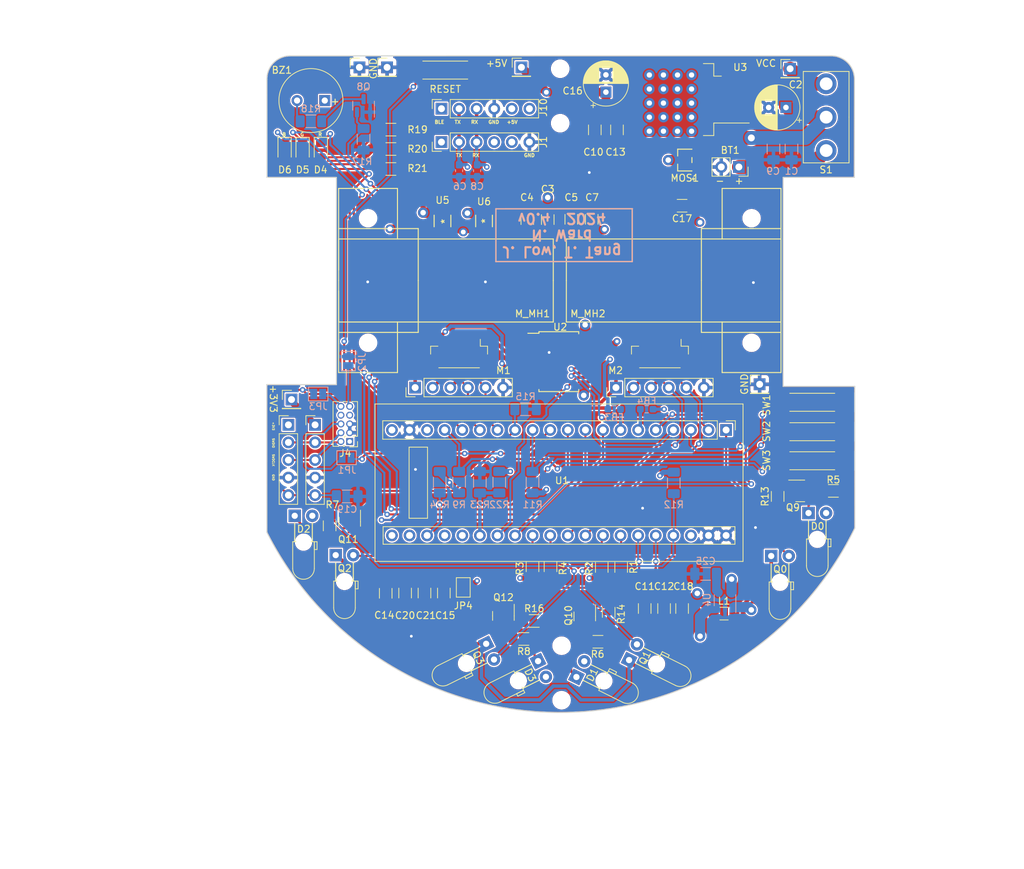
<source format=kicad_pcb>
(kicad_pcb (version 20221018) (generator pcbnew)
  (layers (0 "F.Cu" signal) (1 "In1.Cu" signal "In1.Cu Pow") (2 "In2.Cu" signal "In2.Cu GND") (31 "B.Cu" signal) (34 "B.Paste" user) (35 "F.Paste" user) (36 "B.SilkS" user "B.Silkscreen") (37 "F.SilkS" user "F.Silkscreen") (38 "B.Mask" user) (39 "F.Mask" user) (44 "Edge.Cuts" user))
  (net 0 "")
  (net 1 "Net-(BT1-+)")
  (net 2 "GND")
  (net 3 "+5V")
  (net 4 "Net-(BZ1-+)")
  (net 5 "BATT_NET")
  (net 6 "VCC")
  (net 7 "Net-(J1-Pin_2)")
  (net 8 "Net-(J1-Pin_3)")
  (net 9 "+5V_NET")
  (net 10 "+3V3")
  (net 11 "+3.3VA")
  (net 12 "AGND")
  (net 13 "RST")
  (net 14 "3V3_BYP")
  (net 15 "Net-(D0-K)")
  (net 16 "Net-(D1-K)")
  (net 17 "Net-(D2-K)")
  (net 18 "Net-(D3-K)")
  (net 19 "LED_RED")
  (net 20 "Net-(D4-A)")
  (net 21 "LED_GREEN")
  (net 22 "Net-(D5-A)")
  (net 23 "LED_BLUE")
  (net 24 "Net-(D6-A)")
  (net 25 "USART1_RX")
  (net 26 "USART1_TX")
  (net 30 "+3V3_NET")
  (net 31 "SWDIO")
  (net 32 "SWDCLK")
  (net 33 "Net-(J4-SWO{slash}TDO)")
  (net 36 "Net-(J4-GNDDetect)")
  (net 37 "Net-(J4-~{RESET})")
  (net 38 "BLE_STATE")
  (net 40 "SWO")
  (net 41 "M2_OUT_1")
  (net 42 "M2_OUT_2")
  (net 43 "M2_ENC_A")
  (net 44 "M2_ENC_B")
  (net 45 "M1_OUT_1")
  (net 46 "M1_OUT_2")
  (net 47 "M1_ENC_A")
  (net 48 "M1_ENC_B")
  (net 49 "RECEIV_1")
  (net 50 "RECEIV_2")
  (net 51 "RECEIV_4")
  (net 52 "RECEIV_3")
  (net 53 "BUZZER")
  (net 54 "Net-(Q8-D)")
  (net 55 "EMIT_1")
  (net 56 "Net-(Q9-D)")
  (net 57 "EMIT_2")
  (net 58 "Net-(Q10-D)")
  (net 59 "EMIT_4")
  (net 60 "Net-(Q11-D)")
  (net 61 "EMIT_3")
  (net 62 "Net-(Q12-D)")
  (net 63 "BUTTON_3")
  (net 64 "BUTTON")
  (net 65 "V_METER")
  (net 66 "BUTTON_2")
  (net 67 "Net-(S1-Pad3)")
  (net 68 "M2_FWD")
  (net 69 "M1_BACK")
  (net 70 "M2_BACK")
  (net 71 "M1_FWD")
  (net 76 "M2_SPD")
  (net 77 "M1_SPD")
  (footprint "LED_SMD:LED_0805_2012Metric_Pad1.15x1.40mm_HandSolder" (layer "F.Cu") (at 169.6 111.975 -90)
    (fp_text reference "D5")
    (fp_text value "LED")
  )
  (footprint "Buzzer_Beeper:MagneticBuzzer_PUI_AT-0927-TT-6-R" (layer "F.Cu") (at 172.8 104.8 180)
    (fp_text reference "BZ1")
    (fp_text value "Buzzer")
  )
  (footprint "MM_Library:Emitter" (layer "F.Cu") (at 216.746 185.6476 63.5)
    (fp_text reference "Q1")
    (fp_text value "Q_Photo_NPN")
  )
  (footprint "Button_Switch_SMD:SW_SPST_REED_CT05-XXXX-G1" (layer "F.Cu") (at 190.2 100.4)
    (fp_text reference "RESET")
    (fp_text value "SW")
  )
  (footprint "MM_Library:Emitter" (layer "F.Cu") (at 209.141152 188.096218 63.5)
    (fp_text reference "D1")
    (fp_text value "SFH4545")
  )
  (footprint "Button_Switch_SMD:SW_SPST_REED_CT05-XXXX-G1" (layer "F.Cu") (at 243.2 152.65)
    (fp_text reference "SW2")
    (fp_text value "SW")
  )
  (footprint "MM_Library:Emitter" (layer "F.Cu") (at 203.6 185.8 -63.5)
    (fp_text reference "D3")
    (fp_text value "SFH4545")
  )
  (footprint "Connector_PinHeader_2.54mm:PinHeader_1x01_P2.54mm_Vertical" (layer "F.Cu") (at 181.8 100)
    (fp_text reference "TP5" hide)
    (fp_text value "GND_TP")
  )
  (footprint "Package_TO_SOT_SMD:SOT-23" (layer "F.Cu") (at 210.35 179.3375 -90)
    (fp_text reference "Q10")
    (fp_text value "Q_NMOS_GSD")
  )
  (footprint "Button_Switch_SMD:SW_SPST_REED_CT05-XXXX-G1" (layer "F.Cu") (at 243.2 148.4)
    (fp_text reference "SW1")
    (fp_text value "SW")
  )
  (footprint "Connector_PinSocket_2.54mm:PinSocket_1x02_P2.54mm_Vertical" (layer "F.Cu") (at 232.6 114.4 -90)
    (fp_text reference "BT1")
    (fp_text value "Battery_Cell")
  )
  (footprint "Connector_PinHeader_2.54mm:PinHeader_1x06_P2.54mm_Vertical" (layer "F.Cu") (at 189.65 110.8 90)
    (fp_text reference "J1")
    (fp_text value "Serial Debug Header")
  )
  (footprint "Resistor_SMD:R_1206_3216Metric_Pad1.30x1.75mm_HandSolder" (layer "F.Cu") (at 212.25 183)
    (fp_text reference "R6")
    (fp_text value "35")
  )
  (footprint "custom_foot:SOT-23F_TOS" (layer "F.Cu") (at 224.7938 113.4 90)
    (fp_text reference "MOS1")
    (fp_text value "SSM3K335R_LF")
  )
  (footprint "Connector_PinHeader_2.54mm:PinHeader_1x05_P2.54mm_Vertical" (layer "F.Cu") (at 171.4 151.66)
    (fp_text reference "J5" hide)
    (fp_text value "SWD Header")
  )
  (footprint "Capacitor_SMD:C_1206_3216Metric_Pad1.33x1.80mm_HandSolder" (layer "F.Cu") (at 215 109.0375 -90)
    (fp_text reference "C13")
    (fp_text value "0.1uF")
  )
  (footprint "Resistor_SMD:R_1206_3216Metric_Pad1.30x1.75mm_HandSolder" (layer "F.Cu") (at 202.8 172.15 90)
    (fp_text reference "R3")
    (fp_text value "1.8k")
  )
  (footprint "Capacitor_SMD:C_1206_3216Metric_Pad1.33x1.80mm_HandSolder" (layer "F.Cu") (at 187.2 175.9625 90)
    (fp_text reference "C21")
    (fp_text value "1uF")
  )
  (footprint "Package_TO_SOT_SMD:SOT-23" (layer "F.Cu") (at 176.4 165.6625 -90)
    (fp_text reference "Q11")
    (fp_text value "Q_NMOS_GSD")
  )
  (footprint "MM_Library:STM32F103" (layer "F.Cu") (at 208.06 159.71 -90)
    (fp_text reference "U1")
    (fp_text value "YAAJ_BluePill_SWD_Breakout")
  )
  (footprint "Resistor_SMD:R_1206_3216Metric_Pad1.30x1.75mm_HandSolder" (layer "F.Cu") (at 201.55 182.6 180)
    (fp_text reference "R8")
    (fp_text value "35")
  )
  (footprint "Package_TO_SOT_SMD:SOT-23" (layer "F.Cu") (at 198.6 179.2625 -90)
    (fp_text reference "Q12")
    (fp_text value "Q_NMOS_GSD")
  )
  (footprint "Connector_PinHeader_2.54mm:PinHeader_1x01_P2.54mm_Vertical" (layer "F.Cu") (at 240 100.2)
    (fp_text reference "TP1" hide)
    (fp_text value "V_EXT_TP")
  )
  (footprint "Capacitor_SMD:C_1206_3216Metric_Pad1.33x1.80mm_HandSolder" (layer "F.Cu") (at 211.8 109.0375 -90)
    (fp_text reference "C10")
    (fp_text value "10uF(Tantalum)")
  )
  (footprint "MountingHole:MountingHole_2.2mm_M2" (layer "F.Cu") (at 206.8 108.074)
    (fp_text reference "SK2" hide)
    (fp_text value "M2")
  )
  (footprint "Connector_PinHeader_2.54mm:PinHeader_1x01_P2.54mm_Vertical" (layer "F.Cu") (at 177.8 100)
    (fp_text reference "TP6" hide)
    (fp_text value "GND_TP")
  )
  (footprint "Resistor_SMD:R_1206_3216Metric_Pad1.30x1.75mm_HandSolder" (layer "F.Cu") (at 182.35 109)
    (fp_text reference "R19")
    (fp_text value "750")
  )
  (footprint "MM_Library:Motor_mouse" (layer "F.Cu") (at 205.8 130.8)
    (fp_text reference "M_MH1")
    (fp_text value "M2")
  )
  (footprint "Resistor_SMD:R_1206_3216Metric_Pad1.30x1.75mm_HandSolder" (layer "F.Cu") (at 182.35 114.69)
    (fp_text reference "R21")
    (fp_text value "75")
  )
  (footprint "Resistor_SMD:R_1206_3216Metric_Pad1.30x1.75mm_HandSolder" (layer "F.Cu") (at 182.35 111.8)
    (fp_text reference "R20")
    (fp_text value "75")
  )
  (footprint "Capacitor_SMD:C_1206_3216Metric_Pad1.33x1.80mm_HandSolder" (layer "F.Cu") (at 224.4 178.2 -90)
    (fp_text reference "C18")
    (fp_text value "1uF")
  )
  (footprint "Resistor_SMD:R_1206_3216Metric_Pad1.30x1.75mm_HandSolder" (layer "F.Cu") (at 246.25 161.2 180)
    (fp_text reference "R5")
    (fp_text value "35")
  )
  (footprint "Capacitor_SMD:C_1206_3216Metric_Pad1.33x1.80mm_HandSolder" (layer "F.Cu") (at 208.4 121.9625 90)
    (fp_text reference "C5")
    (fp_text value "0.1uF")
  )
  (footprint "Connector_PinHeader_2.54mm:PinHeader_1x01_P2.54mm_Vertical" (layer "F.Cu") (at 168 148)
    (fp_text reference "TP4" hide)
    (fp_text value "TP_3V3")
  )
  (footprint "Capacitor_SMD:C_1206_3216Metric_Pad1.33x1.80mm_HandSolder" (layer "F.Cu") (at 211.35 121.9625 90)
    (fp_text reference "C7")
    (fp_text value "10uF")
  )
  (footprint "MM_Library:Emitter" (layer "F.Cu") (at 168.46 164.8)
    (fp_text reference "D2")
    (fp_text value "SFH4545")
  )
  (footprint "Capacitor_SMD:C_1206_3216Metric_Pad1.33x1.80mm_HandSolder" (layer "F.Cu") (at 190 175.9625 90)
    (fp_text reference "C15")
    (fp_text value "1uF")
  )
  (footprint "MM_Library:Emitter" (layer "F.Cu") (at 237.2692 170.6108)
    (fp_text reference "Q0")
    (fp_text value "Q_Photo_NPN")
  )
  (footprint "Connector_PinHeader_2.54mm:PinHeader_1x01_P2.54mm_Vertical" (layer "F.Cu") (at 201.2 100)
    (fp_text reference "TP3" hide)
    (fp_text value "TP_5V")
  )
  (footprint "MM_Library:Motor Headers" (layer "F.Cu") (at 221.8 149.52)
    (fp_text reference "M2")
    (fp_text value "M2_Conn_Alt")
  )
  (footprint "custom_foot:DCK6_TEX" (layer "F.Cu") (at 195.8 122.2 90)
    (fp_text reference "U6")
    (fp_text value "LM66100DCKR")
  )
  (footprint "custom_foot:DCK6_TEX" (layer "F.Cu") (at 189.8 122.2 90)
    (fp_text reference "U5")
    (fp_text value "LM66100DCKR")
  )
  (footprint "Capacitor_SMD:C_1206_3216Metric_Pad1.33x1.80mm_HandSolder" (layer "F.Cu") (at 205 122 -90)
    (fp_text reference "C3")
    (fp_text value "10uF")
  )
  (footprint "Resistor_SMD:R_1206_3216Metric_Pad1.30x1.75mm_HandSolder" (layer "F.Cu") (at 215.6 172.25 90)
    (fp_text reference "R1")
    (fp_text value "1.8k")
  )
  (footprint "Capacitor_SMD:C_1206_3216Metric_Pad1.33x1.80mm_HandSolder" (layer "F.Cu") (at 219 178.2 -90)
    (fp_text reference "C11")
    (fp_text value "10uF")
  )
  (footprint "MM_Library:5V Voltage Reg" (layer "F.Cu") (at 225.999 96.63 180)
    (fp_text reference "U3")
    (fp_text value "LM1085-5.0")
  )
  (footprint "Inductor_SMD:L_1206_3216Metric_Pad1.42x1.75mm_HandSolder" (layer "F.Cu") (at 230.4615 178.936)
    (fp_text reference "L1")
    (fp_text value "10uH")
  )
  (footprint "Connector_PinHeader_1.27mm:PinHeader_2x05_P1.27mm_Vertical" (layer "F.Cu") (at 176.4 154.07 180)
    (fp_text reference "J4")
    (fp_text value "Conn_ARM_JTAG_SWD_10")
  )
  (footprint "MM_Library:Emitter" (layer "F.Cu") (at 242.66 164.4)
    (fp_text reference "D0")
    (fp_text value "SFH4545")
  )
  (footprint "Resistor_SMD:R_1206_3216Metric_Pad1.30x1.75mm_HandSolder" (layer "F.Cu") (at 173.5 166.25 90)
    (fp_text reference "R7")
    (fp_text value "35")
  )
  (footprint "Package_SO:SSOP-24_5.3x8.2mm_P0.65mm" (layer "F.Cu") (at 206.6 142.525)
    (fp_text reference "U2")
    (fp_text value "TB6612FNG")
  )
  (footprint "Capacitor_SMD:C_1206_3216Metric_Pad1.33x1.80mm_HandSolder" (layer "F.Cu") (at 181.6 176 90)
    (fp_text reference "C14")
    (fp_text value "1uF")
  )
  (footprint "Capacitor_THT:CP_Radial_D6.3mm_P2.50mm" (layer "F.Cu") (at 239.4 105.8 180)
    (fp_text reference "C2")
    (fp_text value "100uF")
  )
  (footprint "MM_Library:MM Switch" (layer "F.Cu") (at 240.079 107.174 -90)
    (fp_text reference "S1")
    (fp_text value "EG1218")
  )
  (footprint "LED_SMD:LED_0805_2012Metric_Pad1.15x1.40mm_HandSolder" (layer "F.Cu") (at 172.24 111.975 -90)
    (fp_text reference "D4")
    (fp_text value "LED")
  )
  (footprint "MM_Library:Motor Headers" (layer "F.Cu") (at 192.8 149.52)
    (fp_text reference "M1")
    (fp_text value "M1_Conn_Alt")
  )
  (footprint "MountingHole:MountingHole_2.2mm_M2" (layer "F.Cu") (at 206.8 100.2)
    (fp_text reference "SK1" hide)
    (fp_text value "M2")
  )
  (footprint "Connector_PinHeader_2.54mm:PinHeader_1x01_P2.54mm_Vertical" (layer "F.Cu") (at 235.6 145.8)
    (fp_text reference "TP2" hide)
    (fp_text value "GND_TP")
  )
  (footprint "Capacitor_SMD:C_1206_3216Metric_Pad1.33x1.80mm_HandSolder" (layer "F.Cu") (at 224.4 120 180)
    (fp_text reference "C17")
    (fp_text value "1uF")
  )
  (footprint "Connector_PinHeader_2.54mm:PinHeader_1x05_P2.54mm_Vertical" (layer "F.Cu") (at 167.55 151.66)
    (fp_text reference "J2" hide)
    (fp_text value "SWD Header")
  )
  (footprint "MM_Library:Emitter" (layer "F.Cu") (at 196.105458 183.298267 -63.5)
    (fp_text reference "Q3")
    (fp_text value "Q_Photo_NPN")
  )
  (footprint "Resistor_SMD:R_1206_3216Metric_Pad1.30x1.75mm_HandSolder" (layer "F.Cu") (at 213.8 178.75 90)
    (fp_text reference "R14")
    (fp_text value "47k")
  )
  (footprint "Package_TO_SOT_SMD:SOT-23" (layer "F.Cu") (at 241.4625 161.2)
    (fp_text reference "Q9")
    (fp_text value "Q_NMOS_GSD")
  )
  (footprint "MM_Library:Emitter" (layer "F.Cu") (at 174.3788 170.4838)
    (fp_text reference "Q2")
    (fp_text value "Q_Photo_NPN")
  )
  (footprint "Capacitor_SMD:C_1206_3216Metric_Pad1.33x1.80mm_HandSolder" (layer "F.Cu") (at 221.8 178.2 -90)
    (fp_text reference "C12")
    (fp_text value "0.1uF")
  )
  (footprint "Resistor_SMD:R_1206_3216Metric_Pad1.30x1.75mm_HandSolder" (layer "F.Cu") (at 238.2 162 90)
    (fp_text reference "R13")
    (fp_text value "47k")
  )
  (footprint "Jumper:SolderJumper-2_P1.3mm_Bridged_Pad1.0x1.5mm" (layer "F.Cu") (at 192.8 175.15 90)
    (fp_text reference "JP4")
    (fp_text value "Jumper_2_Open")
  )
  (footprint "Capacitor_SMD:C_1206_3216Metric_Pad1.33x1.80mm_HandSolder" (layer "F.Cu") (at 202.05 122 -90)
    (fp_text reference "C4")
    (fp_text value "0.1uF")
  )
  (footprint "Resistor_SMD:R_1206_3216Metric_Pad1.30x1.75mm_HandSolder" (layer "F.Cu") (at 203.05 180 180)
    (fp_text reference "R16")
    (fp_text value "47k")
  )
  (footprint "MM_Library:Motor_mouse" (layer "F.Cu") (at 207.6875 130.8 180)
    (fp_text reference "M_MH2")
    (fp_text value "M2")
  )
  (footprint "MountingHole:MountingHole_2.2mm_M2" (layer "F.Cu") (at 207 191.447)
    (fp_text reference "SK4" hide)
    (fp_text value "M2")
  )
  (footprint "Resistor_SMD:R_1206_3216Metric_Pad1.30x1.75mm_HandSolder" (layer "F.Cu") (at 205.4 172.15 90)
    (fp_text reference "R4")
    (fp_text value "1.8k")
  )
  (footprint "LED_SMD:LED_0805_2012Metric_Pad1.15x1.40mm_HandSolder" (layer "F.Cu") (at 167 111.975 -90)
    (fp_text reference "D6")
    (fp_text value "LED")
  )
  (footprint "Resistor_SMD:R_1206_3216Metric_Pad1.30x1.75mm_HandSolder" (layer "F.Cu") (at 212.8 172.25 90)
    (fp_text reference "R2")
    (fp_text value "1.8k")
  )
  (footprint "Capacitor_SMD:C_1206_3216Metric_Pad1.33x1.80mm_HandSolder" (layer "F.Cu") (at 184.4 175.9625 90)
    (fp_text reference "C20")
    (fp_text value "1uF")
  )
  (footprint "Capacitor_THT:CP_Radial_D6.3mm_P2.50mm" (layer "F.Cu") (at 213.4 103.582379 90)
    (fp_text reference "C16")
    (fp_text value "100uF")
  )
  (footprint "Connector_PinSocket_2.54mm:PinSocket_1x06_P2.54mm_Vertical" (layer "F.Cu") (at 189.65 105.975 90)
    (fp_text reference "J10")
    (fp_text value "Conn_01x06_Female")
  )
  (footprint "Button_Switch_SMD:SW_SPST_REED_CT05-XXXX-G1" (layer "F.Cu") (at 243.2 156.85)
    (fp_text reference "SW3")
    (fp_text value "SW")
  )
  (footprint "MountingHole:MountingHole_2.2mm_M2" (layer "F.Cu") (at 207 183.573)
    (fp_text reference "SK3" hide)
    (fp_text value "M2")
  )
  (footprint "Resistor_SMD:R_1206_3216Metric_Pad1.30x1.75mm_HandSolder" (layer "B.Cu") (at 198 159.95 -90)
    (fp_text reference "R22")
    (fp_text value "20K")
  )
  (footprint "Resistor_SMD:R_1206_3216Metric_Pad1.30x1.75mm_HandSolder" (layer "B.Cu") (at 178.4 110.4 90)
    (fp_text reference "R17")
    (fp_text value "47k")
  )
  (footprint "Resistor_SMD:R_0603_1608Metric_Pad0.98x0.95mm_HandSolder" (layer "B.Cu") (at 219.2875 149.4 180)
    (fp_text reference "FB4")
    (fp_text value "HZ0603C601R-10")
  )
  (footprint "Capacitor_SMD:C_1206_3216Metric_Pad1.33x1.80mm_HandSolder" (layer "B.Cu") (at 240.2 111.8 90)
    (fp_text reference "C1")
    (fp_text value "0.1uF")
  )
  (footprint "Capacitor_SMD:C_1206_3216Metric_Pad1.33x1.80mm_HandSolder" (layer "B.Cu") (at 176.0375 162)
    (fp_text reference "C19")
    (fp_text value "0.1uF")
  )
  (footprint "Capacitor_SMD:C_1206_3216Metric_Pad1.33x1.80mm_HandSolder" (layer "B.Cu") (at 227.8 173.2 180)
    (fp_text reference "C25")
    (fp_text value "10nF")
  )
  (footprint "Resistor_SMD:R_1206_3216Metric_Pad1.30x1.75mm_HandSolder" (layer "B.Cu") (at 195.2 159.95 90)
    (fp_text reference "R23")
    (fp_text value "10K")
  )
  (footprint "Jumper:SolderJumper-2_P1.3mm_Open_Pad1.0x1.5mm" (layer "B.Cu") (at 176.2 142.45 -90)
    (fp_text reference "JP2")
    (fp_text value "JP_GND")
  )
  (footprint "Jumper:SolderJumper-2_P1.3mm_Open_Pad1.0x1.5mm" (layer "B.Cu") (at 175.95 156.4)
    (fp_text reference "JP1")
    (fp_text value "JP_SWO")
  )
  (footprint "Package_TO_SOT_SMD:SOT-23" (layer "B.Cu") (at 178.4 105.5375 90)
    (fp_text reference "Q8")
    (fp_text value "Q_NMOS_SGD")
  )
  (footprint "Capacitor_SMD:C_0603_1608Metric_Pad1.08x0.95mm_HandSolder" (layer "B.Cu") (at 192.2 114.9375 -90)
    (fp_text reference "C6")
    (fp_text value "22pF")
  )
  (footprint "Resistor_SMD:R_1206_3216Metric_Pad1.30x1.75mm_HandSolder" (layer "B.Cu") (at 170.8 107.8 180)
    (fp_text reference "R18")
    (fp_text value "0")
  )
  (footprint "Package_TO_SOT_SMD:SOT-23-5" (layer "B.Cu") (at 230.6 177 90)
    (fp_text reference "U4")
    (fp_text value "APE8865Y5-33-HF-3")
  )
  (footprint "Capacitor_SMD:C_1206_3216Metric_Pad1.33x1.80mm_HandSolder" (layer "B.Cu") (at 237.6 111.8 -90)
    (fp_text reference "C9")
    (fp_text value "10uF")
  )
  (footprint "Resistor_SMD:R_1206_3216Metric_Pad1.30x1.75mm_HandSolder" (layer "B.Cu") (at 189.4 159.95 -90)
    (fp_text reference "R24")
    (fp_text value "47K")
  )
  (footprint "Resistor_SMD:R_1206_3216Metric_Pad1.30x1.75mm_HandSolder" (layer "B.Cu") (at 201.8 149.4 180)
    (fp_text reference "R15")
    (fp_text value "47k")
  )
  (footprint "Jumper:SolderJumper-2_P1.3mm_Open_Pad1.0x1.5mm" (layer "B.Cu") (at 171.85 147.2)
    (fp_text reference "JP3")
    (fp_text value "JP_RST")
  )
  (footprint "Resistor_SMD:R_1206_3216Metric_Pad1.30x1.75mm_HandSolder" (layer "B.Cu") (at 223.2 160.05 -90)
    (fp_text reference "R12")
    (fp_text value "47K")
  )
  (footprint "Resistor_SMD:R_1206_3216Metric_Pad1.30x1.75mm_HandSolder" (layer "B.Cu") (at 192.2 159.95 90)
    (fp_text reference "R9")
    (fp_text value "47K")
  )
  (footprint "Resistor_SMD:R_1206_3216Metric_Pad1.30x1.75mm_HandSolder" (layer "B.Cu") (at 202.8 159.95 90)
    (fp_text reference "R11")
    (fp_text value "47K")
  )
  (footprint "Resistor_SMD:R_0603_1608Metric_Pad0.98x0.95mm_HandSolder" (layer "B.Cu") (at 214.6 149.4 180)
    (fp_text reference "FB3")
    (fp_text value "HZ0603C601R-10")
  )
  (footprint "Capacitor_SMD:C_0603_1608Metric_Pad1.08x0.95mm_HandSolder" (layer "B.Cu") (at 194.8 114.9375 -90)
    (fp_text reference "C8")
    (fp_text value "22pF")
  )
  (gr_line (start 217.2 128.06506) (end 197.49976 128.06506) (stroke (width 0.2)) (layer "B.SilkS"))
  (gr_line (start 197.515 120.44506) (end 217.23556 120.43236) (stroke (width 0.2)) (layer "B.SilkS"))
  (gr_line (start 217.2 120.6) (end 217.2 128.06506) (stroke (width 0.2)) (layer "B.SilkS"))
  (gr_line (start 197.515 128.06506) (end 197.515 120.44506) (stroke (width 0.2)) (layer "B.SilkS"))
  (gr_line (start 167.74538 98.34068) (end 245.92912 98.33306) (stroke (width 0.15)) (layer "Edge.Cuts"))
  (gr_arc (start 249.343605 166.567973) (mid 207.074832 193.219011) (end 164.43576 167.16452) (stroke (width 0.15)) (layer "Edge.Cuts"))
  (gr_line (start 164.451 115.8997) (end 164.440217 101.723962) (stroke (width 0.15)) (layer "Edge.Cuts"))
  (gr_line (start 249.33526 146.1003) (end 239 146.1003) (stroke (width 0.15)) (layer "Edge.Cuts"))
  (gr_line (start 239 115.8997) (end 249.2728 115.897371) (stroke (width 0.15)) (layer "Edge.Cuts"))
  (gr_line (start 174.484 145.8463) (end 174.484 115.8997) (stroke (width 0.15)) (layer "Edge.Cuts"))
  (gr_line (start 164.451 115.8997) (end 174.484 115.8997) (stroke (width 0.15)) (layer "Edge.Cuts"))
  (gr_line (start 164.4256 145.8463) (end 174.484 145.8463) (stroke (width 0.15)) (layer "Edge.Cuts"))
  (gr_line (start 239 115.8997) (end 239 146.1003) (stroke (width 0.15)) (layer "Edge.Cuts"))
  (gr_line (start 249.343605 166.567973) (end 249.33526 146.1003) (stroke (width 0.15)) (layer "Edge.Cuts"))
  (gr_arc (start 245.92912 98.33306) (mid 248.29584 99.308704) (end 249.294624 101.665751) (stroke (width 0.15)) (layer "Edge.Cuts"))
  (gr_line (start 249.2728 115.897371) (end 249.294624 101.665751) (stroke (width 0.15)) (layer "Edge.Cuts"))
  (gr_arc (start 164.440217 101.723962) (mid 165.399899 99.35542) (end 167.74538 98.34068) (stroke (width 0.15)) (layer "Edge.Cuts"))
  (gr_line (start 164.43576 167.16452) (end 164.4256 145.8463) (stroke (width 0.15)) (layer "Edge.Cuts"))
  (gr_text "J. Low, T. Tang\nN. Ward\nv0.4  2024" (at 207.04 124.25506 180) (layer "B.SilkS") (effects (font (size 1.5 1.5) (thickness 0.3)) (justify mirror)))
  (gr_text "+5V\n" (at 196 100) (layer "F.SilkS") (effects (font (size 1 1)) (justify left bottom)))
  (gr_text "GND" (at 180.4 101.8 90) (layer "F.SilkS") (effects (font (size 1 1)) (justify left bottom)))
  (gr_text "+3V3" (at 164.8 145.8 -90) (layer "F.SilkS") (effects (font (size 1 1)) (justify left bottom)))
  (gr_text "       TX    RX                 GND\n" (at 189 113) (layer "F.SilkS") (effects (font (size 0.5 0.5) (thickness 0.125)) (justify left bottom)))
  (gr_text "B" (at 166.6 110) (layer "F.SilkS") (effects (font (size 0.5 0.5) (thickness 0.125)) (justify left bottom)))
  (gr_text "+3V3     SWDIO    SWDCLK     GND" (at 165.2 151.2 270) (layer "F.SilkS") (effects (font (size 0.3 0.3) (thickness 0.075)) (justify left bottom)))
  (gr_text "G" (at 169.2 110) (layer "F.SilkS") (effects (font (size 0.5 0.5) (thickness 0.125)) (justify left bottom)))
  (gr_text "BLE    TX    RX    GND   +5V\n" (at 188.6 108.2) (layer "F.SilkS") (effects (font (size 0.5 0.5) (thickness 0.125)) (justify left bottom)))
  (gr_text "GND" (at 234 147.4 90) (layer "F.SilkS") (effects (font (size 1 1)) (justify left bottom)))
  (gr_text "-  +" (at 229.15 116.975) (layer "F.SilkS") (effects (font (size 1 1)) (justify left bottom)))
  (gr_text "R" (at 171.8 110) (layer "F.SilkS") (effects (font (size 0.5 0.5) (thickness 0.125)) (justify left bottom)))
  (gr_text "VCC" (at 235 100) (layer "F.SilkS") (effects (font (size 1 1)) (justify left bottom)))
  (segment (start 242.835 114.4) (end 245.209 112.026) (width 2) (layer "F.Cu") (net 1))
  (segment (start 232.6 114.4) (end 242.835 114.4) (width 2) (layer "F.Cu") (net 1))
  (segment (start 203 140.4) (end 203 140.6) (width 0.5) (layer "F.Cu") (net 2))
  (segment (start 203 144.4) (end 203 144.6) (width 0.5) (layer "F.Cu") (net 2))
  (via (at 205.2 141.2) (size 0.8) (drill 0.4) (layers "F.Cu" "B.Cu") (net 2))
  (via (at 211 115.2) (size 0.8) (drill 0.4) (layers "F.Cu" "B.Cu") (net 2))
  (via (at 234.7 131.1) (size 0.8) (drill 0.4) (layers "F.Cu" "B.Cu") (net 2))
  (via (at 185.9 158.1) (size 0.8) (drill 0.4) (layers "F.Cu" "B.Cu") (net 2))
  (via (at 196 131) (size 0.8) (drill 0.4) (layers "F.Cu" "B.Cu") (net 2))
  (via (at 185.3 182.2) (size 0.8) (drill 0.4) (layers "F.Cu" "B.Cu") (net 2))
  (via (at 218.7 163.7) (size 0.8) (drill 0.4) (layers "F.Cu" "B.Cu") (net 2))
  (via (at 235 166.5) (size 0.8) (drill 0.4) (layers "F.Cu" "B.Cu") (net 2))
  (via (at 179 131) (size 0.8) (drill 0.4) (layers "F.Cu" "B.Cu") (net 2))
  (segment (start 208.4 123.525) (end 213.075 123.525) (width 1.25) (layer "F.Cu") (net 3))
  (segment (start 213.075 123.525) (end 213.2 123.4) (width 1.25) (layer "F.Cu") (net 3))
  (segment (start 194.6 121.06335) (end 193.4 121.06335) (width 1.5) (layer "F.Cu") (net 3))
  (segment (start 210.1 141.9) (end 212.7 141.9) (width 1) (layer "F.Cu") (net 3))
  (segment (start 225.9625 120) (end 225.9625 121.5625) (width 1.25) (layer "F.Cu") (net 3))
  (segment (start 225.9876 119.9749) (end 225.9625 120) (width 1.25) (layer "F.Cu") (net 3))
  (segment (start 210.1 141.9) (end 210.1 141.65) (width 0.5) (layer "F.Cu") (net 3))
  (segment (start 225.9625 121.5625) (end 226.8 122.4) (width 1.25) (layer "F.Cu") (net 3))
  (segment (start 210.1 141.9) (end 210.1 142.1) (width 0.5) (layer "F.Cu") (net 3))
  (segment (start 226.8 122.4) (end 227 122.4) (width 1.25) (layer "F.Cu") (net 3))
  (segment (start 212.7 141.9) (end 215 139.6) (width 1) (layer "F.Cu") (net 3))
  (segment (start 225.9876 114.350001) (end 225.9876 119.9749) (width 1.25) (layer "F.Cu") (net 3))
  (via (at 234.4 178.4) (size 1.5) (drill 0.8) (layers "F.Cu" "B.Cu") (net 3))
  (via (at 227 182.2) (size 1.5) (drill 0.8) (layers "F.Cu" "B.Cu") (net 3))
  (via (at 213.2 123.4) (size 1.25) (drill 0.7) (layers "F.Cu" "B.Cu") (net 3))
  (via (at 193.4 121.06335) (size 1.5) (drill 0.8) (layers "F.Cu" "B.Cu") (net 3))
  (via (at 215 139.6) (size 1) (drill 0.5) (layers "F.Cu" "B.Cu") (net 3))
  (via (at 227 122.4) (size 1.25) (drill 0.7) (layers "F.Cu" "B.Cu") (net 3))
  (segment (start 229.2 178.1375) (end 228.2625 178.1375) (width 1.5) (layer "B.Cu") (net 3))
  (segment (start 234 178) (end 234.4 178.4) (width 1.5) (layer "B.Cu") (net 3))
  (segment (start 228.2625 178.1375) (end 228.2 178.2) (width 0.5) (layer "B.Cu") (net 3))
  (segment (start 232 178) (end 234 178) (width 1.5) (layer "B.Cu") (net 3))
  (segment (start 234.4 178.4) (end 234.2 178.2) (width 1.5) (layer "B.Cu") (net 3))
  (segment (start 227 179.4) (end 227 182.2) (width 1.5) (layer "B.Cu") (net 3))
  (segment (start 228.2 178.2) (end 227 179.4) (width 1.5) (layer "B.Cu") (net 3))
  (segment (start 168.8 104.8) (end 168.8 107.35) (width 0.3) (layer "B.Cu") (net 4))
  (segment (start 168.8 107.35) (end 169.25 107.8) (width 0.3) (layer "B.Cu") (net 4))
  (segment (start 239.4 103.8) (end 237.72 102.12) (width 2) (layer "F.Cu") (net 5))
  (segment (start 237.72 102.12) (end 231.8 102.12) (width 2) (layer "F.Cu") (net 5))
  (segment (start 227.550001 112.449999) (end 225.9876 112.449999) (width 2) (layer "F.Cu") (net 5))
  (segment (start 239.4 105.577682) (end 239.4 103.8) (width 2) (layer "F.Cu") (net 5))
  (segment (start 245.209 107.2) (end 241.022318 107.2) (width 2) (layer "F.Cu") (net 5))
  (segment (start 241.022318 107.2) (end 239.4 105.577682) (width 2) (layer "F.Cu") (net 5))
  (segment (start 229.8 110.2) (end 227.550001 112.449999) (width 2) (layer "F.Cu") (net 5))
  (segment (start 234.4 110.2) (end 229.8 110.2) (width 2) (layer "F.Cu") (net 5))
  (via (at 234.4 110.2) (size 2) (drill 1) (layers "F.Cu" "B.Cu") (net 5))
  (segment (start 234.4 110.2) (end 242.209 110.2) (width 2) (layer "B.Cu") (net 5))
  (segment (start 242.209 110.2) (end 245.209 107.2) (width 2) (layer "B.Cu") (net 5))
  (segment (start 210.2 147.4) (end 210.2 146.1) (width 1.5) (layer "F.Cu") (net 6))
  (segment (start 205 118.8) (end 205 119) (width 1.5) (layer "F.Cu") (net 6))
  (segment (start 223.6 113.4) (end 222.4 113.4) (width 1.5) (layer "F.Cu") (net 6))
  (segment (start 205 120.4375) (end 205 118.8) (width 1.5) (layer "F.Cu") (net 6))
  (segment (start 202.05 120.4375) (end 205 120.4375) (width 1.5) (layer "F.Cu") (net 6))
  (segment (start 210.4 137.2) (end 210.4 138.2) (width 1.5) (layer "F.Cu") (net 6))
  (via (at 210.2 147.4) (size 1.5) (drill 0.8) (layers "F.Cu" "B.Cu") (net 6))
  (via (at 199.6 158.4) (size 0.8) (drill 0.4) (layers "F.Cu" "B.Cu") (net 6))
  (via (at 205 118.8) (size 1.5) (drill 0.8) (layers "F.Cu" "B.Cu") (net 6))
  (via (at 222.4 113.4) (size 1.5) (drill 0.8) (layers "F.Cu" "B.Cu") (net 6))
  (via (at 210.4 137.2) (size 1.5) (drill 0.8) (layers "F.Cu" "B.Cu") (net 6))
  (segment (start 198 158.4) (end 199.6 158.4) (width 0.75) (layer "B.Cu") (net 6))
  (segment (start 192.19 105.975) (end 192.19 110.8) (width 0.5) (layer "F.Cu") (net 7))
  (via (at 193.4 114.4) (size 0.8) (drill 0.4) (layers "F.Cu" "B.Cu") (net 7))
  (via (at 221.8 149.4) (size 0.8) (drill 0.4) (layers "F.Cu" "B.Cu") (net 7))
  (segment (start 192.2 114.075) (end 193.275 114.075) (width 0.5) (layer "B.Cu") (net 7))
  (segment (start 193.6 114.4) (end 193.4 114.2) (width 0.5) (layer "B.Cu") (net 7))
  (segment (start 193.4 114.4) (end 193.6 114.4) (width 0.5) (layer "B.Cu") (net 7))
  (segment (start 193.4 114.2) (end 193.4 114.4) (width 0.5) (layer "B.Cu") (net 7))
  (segment (start 220.2 149.6) (end 220.2 149.4) (width 0.5) (layer "B.Cu") (net 7))
  (segment (start 193.275 114.075) (end 193.4 114.2) (width 0.5) (layer "B.Cu") (net 7))
  (segment (start 192.19 110.8) (end 192.19 113.975) (width 0.5) (layer "B.Cu") (net 7))
  (segment (start 192.19 113.975) (end 192.09 114.075) (width 0.5) (layer "B.Cu") (net 7))
  (segment (start 220.2 149.4) (end 221.8 149.4) (width 0.5) (layer "B.Cu") (net 7))
  (segment (start 194.73 105.975) (end 194.73 110.8) (width 0.5) (layer "F.Cu") (net 8))
  (via (at 214 142.2) (size 0.8) (drill 0.4) (layers "F.Cu" "B.Cu") (net 8))
  (via (at 196.2 114.4) (size 0.8) (drill 0.4) (layers "F.Cu" "B.Cu") (net 8))
  (segment (start 214 142.2) (end 213.2 143) (width 0.5) (layer "B.Cu") (net 8))
  (segment (start 194.73 113.945) (end 194.6 114.075) (width 0.5) (layer "B.Cu") (net 8))
  (segment (start 214 142.2) (end 213.8 142.4) (width 0.5) (layer "B.Cu") (net 8))
  (segment (start 213.2 143) (end 213.2 147.4) (width 0.5) (layer "B.Cu") (net 8))
  (segment (start 194.8 114.075) (end 195.875 114.075) (width 0.5) (layer "B.Cu") (net 8))
  (segment (start 213.2 147.4) (end 213.6875 147.8875) (width 0.5) (layer "B.Cu") (net 8))
  (segment (start 195.875 114.075) (end 196.2 114.4) (width 0.5) (layer "B.Cu") (net 8))
  (segment (start 213.6875 147.8875) (end 213.6875 149.6) (width 0.5) (layer "B.Cu") (net 8))
  (segment (start 194.73 110.8) (end 194.73 113.945) (width 0.5) (layer "B.Cu") (net 8))
  (segment (start 219.835 107.475) (end 222.65 104.66) (width 1.25) (layer "F.Cu") (net 9))
  (segment (start 213.4 103.582379) (end 213.4 105.875) (width 1.25) (layer "F.Cu") (net 9))
  (segment (start 192.8 123.8) (end 192.33665 123.33665) (width 1.25) (layer "F.Cu") (net 9))
  (segment (start 201.2 100) (end 204.8 103.6) (width 1.25) (layer "F.Cu") (net 9))
  (segment (start 205.6 103.6) (end 205.617621 103.582379) (width 1.25) (layer "F.Cu") (net 9))
  (segment (start 204.8 103.6) (end 205.6 103.6) (width 1.25) (layer "F.Cu") (net 9))
  (segment (start 191 123.33665) (end 192.33665 123.33665) (width 1.25) (layer "F.Cu") (net 9))
  (segment (start 192.33665 123.33665) (end 194.66335 123.33665) (width 1.25) (layer "F.Cu") (net 9))
  (segment (start 213.4 105.875) (end 215 107.475) (width 1.25) (layer "F.Cu") (net 9))
  (segment (start 205.617621 103.582379) (end 213.4 103.582379) (width 1.25) (layer "F.Cu") (net 9))
  (segment (start 231.8 104.66) (end 222.65 104.66) (width 1.25) (layer "F.Cu") (net 9))
  (segment (start 211.8 107.475) (end 219.835 107.475) (width 1.25) (layer "F.Cu") (net 9))
  (via (at 192.8 123.8) (size 1.25) (drill 0.7) (layers "F.Cu" "B.Cu") (net 9))
  (via (at 204.8 103.6) (size 1.25) (drill 0.7) (layers "F.Cu" "B.Cu") (net 9))
  (segment (start 188.6 121) (end 187 121) (width 1.5) (layer "F.Cu") (net 10))
  (segment (start 226.6 176) (end 226.6 176.562) (width 1.25) (layer "F.Cu") (net 10))
  (segment (start 191.7 145.5076) (end 191.7 140.075) (width 0.5) (layer "F.Cu") (net 10))
  (segment (start 187 119.6) (end 187 121) (width 0.75) (layer "F.Cu") (net 10))
  (segment (start 190.9334 146.2742) (end 191.7 145.5076) (width 0.5) (layer "F.Cu") (net 10))
  (segment (start 220.7 140.075) (end 220.7 145.5076) (width 0.5) (layer "F.Cu") (net 10))
  (segment (start 168 148.26) (end 171.4 151.66) (width 1) (layer "F.Cu") (net 10))
  (segment (start 183.9 109) (end 183.9 116.5) (width 0.75) (layer "F.Cu") (net 10))
  (segment (start 183.9 116.5) (end 187 119.6) (width 0.75) (layer "F.Cu") (net 10))
  (segment (start 168 148) (end 168 148.26) (width 1) (layer "F.Cu") (net 10))
  (segment (start 226.6 176.562) (end 228.974 178.936) (width 1.25) (layer "F.Cu") (net 10))
  (segment (start 220.7 145.5076) (end 219.9334 146.2742) (width 0.5) (layer "F.Cu") (net 10))
  (segment (start 226.6 176) (end 225.9625 176.6375) (width 1.25) (layer "F.Cu") (net 10))
  (segment (start 225.9625 176.6375) (end 219 176.6375) (width 1.25) (layer "F.Cu") (net 10))
  (via (at 231.55 173.95) (size 1.5) (drill 0.8) (layers "F.Cu" "B.Cu") (net 10))
  (via (at 221.2 159) (size 0.8) (drill 0.4) (layers "F.Cu" "B.Cu") (net 10))
  (via (at 190.8 160) (size 0.8) (drill 0.4) (layers "F.Cu" "B.Cu") (net 10))
  (via (at 226.6 176) (size 1.5) (drill 0.8) (layers "F.Cu" "B.Cu") (net 10))
  (via (at 187 121) (size 1.5) (drill 0.8) (layers "F.Cu" "B.Cu") (net 10))
  (via (at 204.8 161) (size 0.8) (drill 0.4) (layers "F.Cu" "B.Cu") (net 10))
  (segment (start 190.8 160) (end 190.8 160.1) (width 0.75) (layer "B.Cu") (net 10))
  (segment (start 231.55 175.8625) (end 231.55 173.95) (width 1.5) (layer "B.Cu") (net 10))
  (segment (start 190.8 160.1) (end 192.2 161.5) (width 0.75) (layer "B.Cu") (net 10))
  (segment (start 190.7 160) (end 190.8 160) (width 0.75) (layer "B.Cu") (net 10))
  (segment (start 202.8 161.5) (end 204.3 161.5) (width 0.75) (layer "B.Cu") (net 10))
  (segment (start 189.4 158.4) (end 189.4 158.7) (width 0.75) (layer "B.Cu") (net 10))
  (segment (start 221.7 158.5) (end 221.2 159) (width 0.75) (layer "B.Cu") (net 10))
  (segment (start 189.4 158.7) (end 190.7 160) (width 0.75) (layer "B.Cu") (net 10))
  (segment (start 223.2 158.5) (end 221.7 158.5) (width 0.75) (layer "B.Cu") (net 10))
  (segment (start 204.3 161.5) (end 204.8 161) (width 0.75) (layer "B.Cu") (net 10))
  (segment (start 237.2692 170.6108) (end 237.2692 173.6158) (width 0.5) (layer "F.Cu") (net 11))
  (segment (start 231.949 179.651) (end 223.6 188) (width 0.5) (layer "F.Cu") (net 11))
  (segment (start 181.6 177.5625) (end 189.9625 177.5625) (width 0.75) (layer "F.Cu") (net 11))
  (segment (start 196.105458 183.298267) (end 193.898267 183.298267) (width 0.5) (layer "F.Cu") (net 11))
  (segment (start 193.898267 183.298267) (end 190 179.4) (width 0.5) (layer "F.Cu") (net 11))
  (segment (start 190 179.4) (end 190 177.525) (width 0.5) (layer "F.Cu") (net 11))
  (segment (start 189.9625 177.5625) (end 190 177.525) (width 0.75) (layer "F.Cu") (net 11))
  (segment (start 174.5213 170.4838) (end 181.6 177.5625) (width 0.5) (layer "F.Cu") (net 11))
  (segment (start 231.949 178.936) (end 231.949 179.651) (width 0.5) (layer "F.Cu") (net 11))
  (segment (start 223.6 188) (end 219.0984 188) (width 0.5) (layer "F.Cu") (net 11))
  (segment (start 174.3788 170.4838) (end 174.5213 170.4838) (width 0.5) (layer "F.Cu") (net 11))
  (segment (start 219.0984 188) (end 216.746 185.6476) (width 0.5) (layer "F.Cu") (net 11))
  (segment (start 237.2692 173.6158) (end 231.949 178.936) (width 0.5) (layer "F.Cu") (net 11))
  (segment (start 205.8 189.4) (end 207.8 189.4) (width 0.5) (layer "B.Cu") (net 11))
  (segment (start 203.8 191.4) (end 205.8 189.4) (width 0.5) (layer "B.Cu") (net 11))
  (segment (start 214.4 191.4) (end 216.746 189.054) (width 0.5) (layer "B.Cu") (net 11))
  (segment (start 196.105458 183.298267) (end 195.434383 183.969342) (width 0.5) (layer "B.Cu") (net 11))
  (segment (start 209.8 191.4) (end 214.4 191.4) (width 0.5) (layer "B.Cu") (net 11))
  (segment (start 198.6 191.4) (end 203.8 191.4) (width 0.5) (layer "B.Cu") (net 11))
  (segment (start 216.746 189.054) (end 216.746 185.6476) (width 0.5) (layer "B.Cu") (net 11))
  (segment (start 195.434383 188.234383) (end 198.6 191.4) (width 0.5) (layer "B.Cu") (net 11))
  (segment (start 195.434383 183.969342) (end 195.434383 188.234383) (width 0.5) (layer "B.Cu") (net 11))
  (segment (start 207.8 189.4) (end 209.8 191.4) (width 0.5) (layer "B.Cu") (net 11))
  (segment (start 201 173.8) (end 205.3 173.8) (width 0.75) (layer "F.Cu") (net 12))
  (segment (start 189.9625 174.4375) (end 190 174.4) (width 0.75) (layer "F.Cu") (net 12))
  (segment (start 194.5 174.5) (end 194.8 174.2) (width 0.75) (layer "F.Cu") (net 12))
  (segment (start 211 173.8) (end 215.6 173.8) (width 0.75) (layer "F.Cu") (net 12))
  (segment (start 194.8 174.2) (end 194.6 174.4) (width 0.75) (layer "F.Cu") (net 12))
  (segment (start 192.8 174.5) (end 194.5 174.5) (width 0.75) (layer "F.Cu") (net 12))
  (segment (start 190 174.4) (end 192.7 174.4) (width 0.75) (layer "F.Cu") (net 12))
  (segment (start 205.3 173.8) (end 205.4 173.7) (width 0.75) (layer "F.Cu") (net 12))
  (segment (start 192.7 174.4) (end 192.8 174.5) (width 0.75) (layer "F.Cu") (net 12))
  (segment (start 181.6 174.4375) (end 189.9625 174.4375) (width 0.75) (layer "F.Cu") (net 12))
  (via (at 211 173.8) (size 0.8) (drill 0.4) (layers "F.Cu" "B.Cu") (net 12))
  (via (at 201 173.8) (size 0.8) (drill 0.4) (layers "F.Cu" "B.Cu") (net 12))
  (via (at 194.8 174.2) (size 0.8) (drill 0.4) (layers "F.Cu" "B.Cu") (net 12))
  (segment (start 165.2 147.6) (end 165.2 159.47) (width 0.3) (layer "F.Cu") (net 13))
  (segment (start 170.2 147.2) (end 169.6 146.6) (width 0.3) (layer "F.Cu") (net 13))
  (segment (start 174.2 147.2) (end 170.2 147.2) (width 0.3) (layer "F.Cu") (net 13))
  (segment (start 166.2 146.6) (end 165.2 147.6) (width 0.3) (layer "F.Cu") (net 13))
  (segment (start 169.6 146.6) (end 166.2 146.6) (width 0.3) (layer "F.Cu") (net 13))
  (segment (start 165.2 159.47) (end 167.55 161.82) (width 0.3) (layer "F.Cu") (net 13))
  (segment (start 185.92 102.48) (end 185.6 102.8) (width 0.3) (layer "F.Cu") (net 13))
  (segment (start 167.55 161.82) (end 171.4 161.82) (width 0.3) (layer "F.Cu") (net 13))
  (segment (start 175.6 139.6) (end 175.6 145.8) (width 0.3) (layer "F.Cu") (net 13))
  (segment (start 175.6 145.8) (end 174.2 147.2) (width 0.3) (layer "F.Cu") (net 13))
  (segment (start 185.92 100.4) (end 185.92 102.48) (width 0.3) (layer "F.Cu") (net 13))
  (via (at 185.6 102.8) (size 0.8) (drill 0.4) (layers "F.Cu" "B.Cu") (net 13))
  (via (at 175.6 139.6) (size 0.8) (drill 0.4) (layers "F.Cu" "B.Cu") (net 13))
  (via (at 169.6 146.6) (size 0.8) (drill 0.4) (layers "F.Cu" "B.Cu") (net 13))
  (segment (start 175.8 139.4) (end 175.6 139.6) (width 0.3) (layer "B.Cu") (net 13))
  (segment (start 221.52 172.08) (end 180.68 172.08) (width 0.3) (layer "B.Cu") (net 13))
  (segment (start 223.14 167.64) (end 223.14 170.46) (width 0.3) (layer "B.Cu") (net 13))
  (segment (start 185.6 102.8) (end 182.2 106.2) (width 0.3) (layer "B.Cu") (net 13))
  (segment (start 169.6 146.6) (end 170.6 146.6) (width 0.3) (layer "B.Cu") (net 13))
  (segment (start 174.475 165.875) (end 174.475 162) (width 0.3) (layer "B.Cu") (net 13))
  (segment (start 223.14 170.46) (end 221.52 172.08) (width 0.3) (layer "B.Cu") (net 13))
  (segment (start 182.2 106.2) (end 182.2 115.6) (width 0.3) (layer "B.Cu") (net 13))
  (segment (start 174.295 161.82) (end 174.475 162) (width 0.3) (layer "B.Cu") (net 13))
  (segment (start 171.4 161.82) (end 174.295 161.82) (width 0.3) (layer "B.Cu") (net 13))
  (segment (start 175.8 122) (end 175.8 139.4) (width 0.3) (layer "B.Cu") (net 13))
  (segment (start 180.68 172.08) (end 174.475 165.875) (width 0.3) (layer "B.Cu") (net 13))
  (segment (start 170.6 146.6) (end 171.2 147.2) (width 0.3) (layer "B.Cu") (net 13))
  (segment (start 167.55 161.82) (end 167.98 161.82) (width 0.3) (layer "B.Cu") (net 13))
  (segment (start 223.2 167.58) (end 223.14 167.64) (width 0.3) (layer "B.Cu") (net 13))
  (segment (start 182.2 115.6) (end 175.8 122) (width 0.3) (layer "B.Cu") (net 13))
  (segment (start 223.2 161.6) (end 223.2 167.58) (width 0.3) (layer "B.Cu") (net 13))
  (segment (start 229.3625 175.575) (end 229.65 175.8625) (width 1.25) (layer "B.Cu") (net 14))
  (segment (start 229.3625 173.2) (end 229.3625 175.575) (width 1.25) (layer "B.Cu") (net 14))
  (segment (start 242.66 163.34) (end 243.2 162.8) (width 0.3) (layer "F.Cu") (net 15))
  (segment (start 242.66 164.4) (end 242.66 163.34) (width 0.3) (layer "F.Cu") (net 15))
  (segment (start 246.2 162.8) (end 247.8 161.2) (width 0.3) (layer "F.Cu") (net 15))
  (segment (start 243.2 162.8) (end 246.2 162.8) (width 0.3) (layer "F.Cu") (net 15))
  (segment (start 208.4 187.355066) (end 209.141152 188.096218) (width 0.3) (layer "F.Cu") (net 16))
  (segment (start 210.7 183) (end 209.8 183) (width 0.3) (layer "F.Cu") (net 16))
  (segment (start 209.8 183) (end 208.4 184.4) (width 0.3) (layer "F.Cu") (net 16))
  (segment (start 208.4 184.4) (end 208.4 187.355066) (width 0.3) (layer "F.Cu") (net 16))
  (segment (start 168.46 164.8) (end 168.46 165.06) (width 0.3) (layer "F.Cu") (net 17))
  (segment (start 171.2 167.8) (end 173.4 167.8) (width 0.3) (layer "F.Cu") (net 17))
  (segment (start 168.46 165.06) (end 171.2 167.8) (width 0.3) (layer "F.Cu") (net 17))
  (segment (start 203.1 185.3) (end 203.6 185.8) (width 0.3) (layer "F.Cu") (net 18))
  (segment (start 203.1 182.6) (end 203.1 185.3) (width 0.3) (layer "F.Cu") (net 18))
  (segment (start 204 165.4) (end 213 156.4) (width 0.3) (layer "F.Cu") (net 19))
  (segment (start 212.98 155.38) (end 212.98 152.4) (width 0.3) (layer "F.Cu") (net 19))
  (segment (start 181 165.4) (end 204 165.4) (width 0.3) (layer "F.Cu") (net 19))
  (segment (start 213 155.4) (end 212.98 155.38) (width 0.3) (layer "F.Cu") (net 19))
  (segment (start 180 145.4) (end 181.295 144.105) (width 0.3) (layer "F.Cu") (net 19))
  (segment (start 213 156.4) (end 213 155.4) (width 0.3) (layer "F.Cu") (net 19))
  (segment (start 172.24 110.95) (end 172.25 110.95) (width 0.3) (layer "F.Cu") (net 19))
  (segment (start 181.295 118.695) (end 179.4 116.8) (width 0.3) (layer "F.Cu") (net 19))
  (segment (start 172.25 110.95) (end 173.6 109.6) (width 0.3) (layer "F.Cu") (net 19))
  (segment (start 181.295 144.105) (end 181.295 118.695) (width 0.3) (layer "F.Cu") (net 19))
  (via (at 173.6 109.6) (size 0.8) (drill 0.4) (layers "F.Cu" "B.Cu") (net 19))
  (via (at 180 145.4) (size 0.8) (drill 0.4) (layers "F.Cu" "B.Cu") (net 19))
  (via (at 179.4 116.8) (size 0.8) (drill 0.4) (layers "F.Cu" "B.Cu") (net 19))
  (via (at 181 165.4) (size 0.8) (drill 0.4) (layers "F.Cu" "B.Cu") (net 19))
  (segment (start 181 165.4) (end 182.2 165.4) (width 0.3) (layer "B.Cu") (net 19))
  (segment (start 179.4 116.8) (end 179.2 116.8) (width 0.3) (layer "B.Cu") (net 19))
  (segment (start 183.2 158.4) (end 180 155.2) (width 0.3) (layer "B.Cu") (net 19))
  (segment (start 173.6 111.2) (end 179.4 116.8) (width 0.3) (layer "B.Cu") (net 19))
  (segment (start 173.6 109.6) (end 173.6 111.2) (width 0.3) (layer "B.Cu") (net 19))
  (segment (start 180 155.2) (end 180 145.4) (width 0.3) (layer "B.Cu") (net 19))
  (segment (start 183.2 164.4) (end 183.2 158.4) (width 0.3) (layer "B.Cu") (net 19))
  (segment (start 182.2 165.4) (end 183.2 164.4) (width 0.3) (layer "B.Cu") (net 19))
  (segment (start 172.24 113) (end 176.8 113) (width 0.3) (layer "F.Cu") (net 20))
  (segment (start 176.8 113) (end 180.8 109) (width 0.3) (layer "F.Cu") (net 20))
  (segment (start 207.9 159.5) (end 207.9 152.4) (width 0.3) (layer "F.Cu") (net 21))
  (segment (start 169.6 110.8) (end 168.2 109.4) (width 0.3) (layer "F.Cu") (net 21))
  (segment (start 180.8 143.2) (end 180.8 119.6) (width 0.3) (layer "F.Cu") (net 21))
  (segment (start 179.2 144.8) (end 180.8 143.2) (width 0.3) (layer "F.Cu") (net 21))
  (segment (start 182.4 163.8) (end 182.48 163.88) (width 0.3) (layer "F.Cu") (net 21))
  (segment (start 203.52 163.88) (end 207.9 159.5) (width 0.3) (layer "F.Cu") (net 21))
  (segment (start 182.48 163.88) (end 203.52 163.88) (width 0.3) (layer "F.Cu") (net 21))
  (segment (start 169.6 110.95) (end 169.6 110.8) (width 0.3) (layer "F.Cu") (net 21))
  (segment (start 180.8 119.6) (end 178.8 117.6) (width 0.3) (layer "F.Cu") (net 21))
  (via (at 179.2 144.8) (size 0.8) (drill 0.4) (layers "F.Cu" "B.Cu") (net 21))
  (via (at 182.4 163.8) (size 0.8) (drill 0.4) (layers "F.Cu" "B.Cu") (net 21))
  (via (at 168.2 109.4) (size 0.8) (drill 0.4) (layers "F.Cu" "B.Cu") (net 21))
  (via (at 178.8 117.6) (size 0.8) (drill 0.4) (layers "F.Cu" "B.Cu") (net 21))
  (segment (start 168.2 109.4) (end 170.6 109.4) (width 0.3) (layer "B.Cu") (net 21))
  (segment (start 182.4 163.8) (end 182.2 163.6) (width 0.3) (layer "B.Cu") (net 21))
  (segment (start 182.2 163.6) (end 182.2 163.4) (width 0.3) (layer "B.Cu") (net 21))
  (segment (start 179.2 155.4) (end 179.2 144.8) (width 0.3) (layer "B.Cu") (net 21))
  (segment (start 170.6 109.4) (end 178.8 117.6) (width 0.3) (layer "B.Cu") (net 21))
  (segment (start 182.2 158.4) (end 179.2 155.4) (width 0.3) (layer "B.Cu") (net 21))
  (segment (start 182.2 163.6) (end 182.2 158.4) (width 0.3) (layer "B.Cu") (net 21))
  (segment (start 180.8 111.8) (end 178.6 114) (width 0.3) (layer "F.Cu") (net 22))
  (segment (start 178.6 114) (end 170.6 114) (width 0.3) (layer "F.Cu") (net 22))
  (segment (start 170.6 114) (end 169.6 113) (width 0.3) (layer "F.Cu") (net 22))
  (segment (start 177 119.6) (end 178.2 118.4) (width 0.3) (layer "F.Cu") (net 23))
  (segment (start 177 142.6) (end 177 119.6) (width 0.3) (layer "F.Cu") (net 23))
  (segment (start 167 110.4) (end 166 109.4) (width 0.3) (layer "F.Cu") (net 23))
  (segment (start 210.44 157.96) (end 210.44 152.4) (width 0.3) (layer "F.Cu") (net 23))
  (segment (start 178.5 144.1) (end 177 142.6) (width 0.3) (layer "F.Cu") (net 23))
  (segment (start 203.8 164.6) (end 210.44 157.96) (width 0.3) (layer "F.Cu") (net 23))
  (segment (start 181.8 164.6) (end 203.8 164.6) (width 0.3) (layer "F.Cu") (net 23))
  (segment (start 167 110.95) (end 167 110.4) (width 0.3) (layer "F.Cu") (net 23))
  (via (at 181.8 164.6) (size 0.8) (drill 0.4) (layers "F.Cu" "B.Cu") (net 23))
  (via (at 166 109.4) (size 0.8) (drill 0.4) (layers "F.Cu" "B.Cu") (net 23))
  (via (at 178.5 144.1) (size 0.8) (drill 0.4) (layers "F.Cu" "B.Cu") (net 23))
  (via (at 178.2 118.4) (size 0.8) (drill 0.4) (layers "F.Cu" "B.Cu") (net 23))
  (segment (start 181.8 164.6) (end 181.4 164.2) (width 0.3) (layer "B.Cu") (net 23))
  (segment (start 166 109.4) (end 167 110.4) (width 0.3) (layer "B.Cu") (net 23))
  (segment (start 170.4 110.4) (end 178.2 118.2) (width 0.3) (layer "B.Cu") (net 23))
  (segment (start 167 110.4) (end 170.4 110.4) (width 0.3) (layer "B.Cu") (net 23))
  (segment (start 181.4 164.2) (end 181.4 158.6) (width 0.3) (layer "B.Cu") (net 23))
  (segment (start 178.2 118.2) (end 178.2 118.4) (width 0.3) (layer "B.Cu") (net 23))
  (segment (start 178.5 155.7) (end 178.5 144.1) (width 0.3) (layer "B.Cu") (net 23))
  (segment (start 181.4 158.6) (end 178.5 155.7) (width 0.3) (layer "B.Cu") (net 23))
  (segment (start 180.8 114.69) (end 168.69 114.69) (width 0.3) (layer "F.Cu") (net 24))
  (segment (start 168.69 114.69) (end 167 113) (width 0.3) (layer "F.Cu") (net 24))
  (segment (start 215.5125 152.3925) (end 215.52 152.4) (width 0.5) (layer "B.Cu") (net 25))
  (segment (start 215.5125 149.6) (end 215.5125 152.3925) (width 0.5) (layer "B.Cu") (net 25))
  (segment (start 218.375 152.085) (end 218.06 152.4) (width 0.3) (layer "B.Cu") (net 26))
  (segment (start 218.375 149.6) (end 218.375 152.085) (width 0.5) (layer "B.Cu") (net 26))
  (segment (start 187.6 123.33665) (end 188.6 123.33665) (width 1.25) (layer "F.Cu") (net 30))
  (segment (start 187.6 123.33665) (end 187.6 126.2) (width 1.25) (layer "F.Cu") (net 30))
  (segment (start 182.2 123.33665) (end 187.6 123.33665) (width 1.25) (layer "F.Cu") (net 30))
  (segment (start 187.6 126.2) (end 188.2 126.8) (width 1.25) (layer "F.Cu") (net 30))
  (segment (start 188.2 126.8) (end 188.8 127.4) (width 0.75) (layer "F.Cu") (net 30))
  (segment (start 196.6 125.4) (end 196.6 123.2) (width 0.75) (layer "F.Cu") (net 30))
  (segment (start 188.8 127.4) (end 194.6 127.4) (width 0.75) (layer "F.Cu") (net 30))
  (segment (start 194.6 127.4) (end 196.6 125.4) (width 0.75) (layer "F.Cu") (net 30))
  (via (at 182.2 123.33665) (size 1.25) (drill 0.7) (layers "F.Cu" "B.Cu") (net 30))
  (segment (start 171.4 154.2) (end 175 154.2) (width 0.3) (layer "F.Cu") (net 31))
  (segment (start 175 154.2) (end 175.13 154.07) (width 0.3) (layer "F.Cu") (net 31))
  (segment (start 167.55 154.2) (end 171.4 154.2) (width 0.3) (layer "F.Cu") (net 31))
  (segment (start 167.55 156.74) (end 171.4 156.74) (width 0.3) (layer "F.Cu") (net 32))
  (segment (start 171.4 156.53) (end 175.13 152.8) (width 0.3) (layer "B.Cu") (net 32))
  (segment (start 171.4 156.74) (end 171.4 156.53) (width 0.3) (layer "B.Cu") (net 32))
  (segment (start 170.4 158) (end 173.7 158) (width 0.3) (layer "B.Cu") (net 33))
  (segment (start 170 157.6) (end 170.4 158) (width 0.3) (layer "B.Cu") (net 33))
  (segment (start 174.07 151.53) (end 172.6 153) (width 0.3) (layer "B.Cu") (net 33))
  (segment (start 170 153.4) (end 170 157.6) (width 0.3) (layer "B.Cu") (net 33))
  (segment (start 170.4 153) (end 170 153.4) (width 0.3) (layer "B.Cu") (net 33))
  (segment (start 175.13 151.53) (end 174.07 151.53) (width 0.3) (layer "B.Cu") (net 33))
  (segment (start 173.7 158) (end 175.3 156.4) (width 0.3) (layer "B.Cu") (net 33))
  (segment (start 172.6 153) (end 170.4 153) (width 0.3) (layer "B.Cu") (net 33))
  (segment (start 176.2 148.79) (end 176.4 148.99) (width 0.3) (layer "B.Cu") (net 36))
  (segment (start 176.2 143.1) (end 176.2 148.79) (width 0.3) (layer "B.Cu") (net 36))
  (segment (start 175.13 148.93) (end 175.13 148.99) (width 0.3) (layer "B.Cu") (net 37))
  (segment (start 172.5 147.4) (end 173.6 147.4) (width 0.3) (layer "B.Cu") (net 37))
  (segment (start 173.6 147.4) (end 175.13 148.93) (width 0.3) (layer "B.Cu") (net 37))
  (segment (start 178.2 156.4) (end 178.2 156.6) (width 0.3) (layer "F.Cu") (net 40))
  (segment (start 201.96 155.8) (end 198.2 155.8) (width 0.3) (layer "F.Cu") (net 40))
  (segment (start 205.36 152.4) (end 201.96 155.8) (width 0.3) (layer "F.Cu") (net 40))
  (segment (start 178.8 155.8) (end 178.2 156.4) (width 0.3) (layer "F.Cu") (net 40))
  (segment (start 178.2 156.6) (end 178 156.6) (width 0.3) (layer "F.Cu") (net 40))
  (segment (start 193 155.8) (end 178.8 155.8) (width 0.3) (layer "F.Cu") (net 40))
  (segment (start 178 156.6) (end 178 156.6) (width 0.3) (layer "F.Cu") (net 40))
  (via (at 198.2 155.8) (size 0.8) (drill 0.4) (layers "F.Cu" "B.Cu") (net 40))
  (via (at 178.2 156.6) (size 0.8) (drill 0.4) (layers "F.Cu" "B.Cu") (net 40))
  (via (at 193 155.8) (size 0.8) (drill 0.4) (layers "F.Cu" "B.Cu") (net 40))
  (segment (start 193 155.8) (end 192.8 155.8) (width 0.3) (layer "B.Cu") (net 40))
  (segment (start 178.2 156.6) (end 176.8 156.6) (width 0.3) (layer "B.Cu") (net 40))
  (segment (start 176.8 156.6) (end 176.6 156.4) (width 0.3) (layer "B.Cu") (net 40))
  (segment (start 198.2 155.8) (end 193 155.8) (width 0.3) (layer "B.Cu") (net 40))
  (segment (start 198.4 142.8) (end 201.05 145.45) (width 0.5) (layer "F.Cu") (net 41))
  (segment (start 203 145.6) (end 203 146.1) (width 0.5) (layer "F.Cu") (net 41))
  (segment (start 201.05 145.45) (end 203 145.45) (width 0.45) (layer "F.Cu") (net 41))
  (segment (start 189.7 138.7) (end 190.2 138.2) (width 0.5) (layer "F.Cu") (net 41))
  (segment (start 189.7 140.075) (end 189.7 138.7) (width 0.5) (layer "F.Cu") (net 41))
  (segment (start 189.7 140.075) (end 188.625 140.075) (width 0.5) (layer "F.Cu") (net 41))
  (segment (start 185.8534 142.8466) (end 185.8534 146.2742) (width 0.5) (layer "F.Cu") (net 41))
  (segment (start 188.625 140.075) (end 185.8534 142.8466) (width 0.5) (layer "F.Cu") (net 41))
  (via (at 198.4 142.8) (size 0.8) (drill 0.4) (layers "F.Cu" "B.Cu") (net 41))
  (via (at 190.2 138.2) (size 0.8) (drill 0.4) (layers "F.Cu" "B.Cu") (net 41))
  (segment (start 198.4 138.8) (end 197 137.4) (width 0.5) (layer "B.Cu") (net 41))
  (segment (start 198.4 142.8) (end 198.4 138.8) (width 0.5) (layer "B.Cu") (net 41))
  (segment (start 197 137.4) (end 191 137.4) (width 0.5) (layer "B.Cu") (net 41))
  (segment (start 191 137.4) (end 190.2 138.2) (width 0.5) (layer "B.Cu") (net 41))
  (segment (start 191.8 138.2) (end 196 138.2) (width 0.5) (layer "F.Cu") (net 42))
  (segment (start 190.7 139.3) (end 191.8 138.2) (width 0.5) (layer "F.Cu") (net 42))
  (segment (start 190.7 143.9676) (end 190.7 140.075) (width 0.5) (layer "F.Cu") (net 42))
  (segment (start 188.3934 146.2742) (end 190.7 143.9676) (width 0.5) (layer "F.Cu") (net 42))
  (segment (start 190.7 140.075) (end 190.7 139.3) (width 0.5) (layer "F.Cu") (net 42))
  (segment (start 196 138.2) (end 201.3 143.5) (width 0.5) (layer "F.Cu") (net 42))
  (segment (start 201.3 143.5) (end 203 143.5) (width 0.45) (layer "F.Cu") (net 42))
  (segment (start 203 143.1) (end 203 143.2) (width 0.5) (layer "F.Cu") (net 42))
  (segment (start 192.7 145.5008) (end 193.4734 146.2742) (width 0.3) (layer "F.Cu") (net 43))
  (segment (start 193.4734 150.6734) (end 193.4734 146.2742) (width 0.3) (layer "F.Cu") (net 43))
  (segment (start 195.2 152.4) (end 193.4734 150.6734) (width 0.3) (layer "F.Cu") (net 43))
  (segment (start 192.7 140.075) (end 192.7 145.5008) (width 0.3) (layer "F.Cu") (net 43))
  (segment (start 196.0134 150.6734) (end 196.0134 146.2742) (width 0.3) (layer "F.Cu") (net 44))
  (segment (start 193.7 143.9608) (end 196.0134 146.2742) (width 0.3) (layer "F.Cu") (net 44))
  (segment (start 193.7 140.075) (end 193.7 143.9608) (width 0.3) (layer "F.Cu") (net 44))
  (segment (start 197.74 152.4) (end 196.0134 150.6734) (width 0.3) (layer "F.Cu") (net 44))
  (segment (start 214.8534 146.2742) (end 212.5276 148.6) (width 0.5) (layer "F.Cu") (net 45))
  (segment (start 208.8 148.6) (end 206.6 146.4) (width 0.5) (layer "F.Cu") (net 45))
  (segment (start 203 138.95) (end 204.35 138.95) (width 0.5) (layer "F.Cu") (net 45))
  (segment (start 206.6 146.4) (end 206.6 140.8) (width 0.5) (layer "F.Cu") (net 45))
  (segment (start 203 139.4) (end 203 138.95) (width 0.5) (layer "F.Cu") (net 45))
  (segment (start 218.7 140.075) (end 217.725 140.075) (width 0.5) (layer "F.Cu") (net 45))
  (segment (start 205.4 139.6) (end 204.4 139.6) (width 0.5) (layer "F.Cu") (net 45))
  (segment (start 206.6 140.8) (end 205.4 139.6) (width 0.5) (layer "F.Cu") (net 45))
  (segment (start 204.4 139.6) (end 204.4 139) (width 0.5) (layer "F.Cu") (net 45))
  (segment (start 204.35 138.95) (end 204.4 139) (width 0.5) (layer "F.Cu") (net 45))
  (segment (start 214.8534 142.9466) (end 214.8534 146.2742) (width 0.5) (layer "F.Cu") (net 45))
  (segment (start 204.4 139.6) (end 203 139.6) (width 0.45) (layer "F.Cu") (net 45))
  (segment (start 217.725 140.075) (end 214.8534 142.9466) (width 0.5) (layer "F.Cu") (net 45))
  (segment (start 212.5276 148.6) (end 208.8 148.6) (width 0.5) (layer "F.Cu") (net 45))
  (segment (start 203 141.55) (end 204.15 141.55) (width 0.45) (layer "F.Cu") (net 46))
  (segment (start 205.57 143.57) (end 204.2 142.2) (width 0.5) (layer "F.Cu") (net 46))
  (segment (start 204.2 142.2) (end 203 142.2) (width 0.45) (layer "F.Cu") (net 46))
  (segment (start 205.57 146.37) (end 205.57 143.57) (width 0.5) (layer "F.Cu") (net 46))
  (segment (start 217.3934 146.2742) (end 214.4376 149.23) (width 0.5) (layer "F.Cu") (net 46))
  (segment (start 219.7 140.075) (end 219.7 143.9676) (width 0.5) (layer "F.Cu") (net 46))
  (segment (start 219.7 143.9676) (end 217.3934 146.2742) (width 0.5) (layer "F.Cu") (net 46))
  (segment (start 203 141.9) (end 203 141.8) (width 0.5) (layer "F.Cu") (net 46))
  (segment (start 204.2 141.6) (end 204.2 142.2) (width 0.5) (layer "F.Cu") (net 46))
  (segment (start 214.4376 149.23) (end 208.43 149.23) (width 0.5) (layer "F.Cu") (net 46))
  (segment (start 208.43 149.23) (end 205.57 146.37) (width 0.5) (layer "F.Cu") (net 46))
  (segment (start 221.7 145.5008) (end 222.4734 146.2742) (width 0.3) (layer "F.Cu") (net 47))
  (segment (start 223.4 154.6) (end 220.94 154.6) (width 0.3) (layer "F.Cu") (net 47))
  (segment (start 220.94 154.6) (end 207.9 167.64) (width 0.3) (layer "F.Cu") (net 47))
  (segment (start 221.7 140.075) (end 221.7 145.5008) (width 0.3) (layer "F.Cu") (net 47))
  (via (at 223.4 154.6) (size 0.8) (drill 0.4) (layers "F.Cu" "B.Cu") (net 47))
  (segment (start 223.4 154.6) (end 223.6 154.8) (width 0.3) (layer "B.Cu") (net 47))
  (segment (start 224.4 153.6) (end 224.4 148.2008) (width 0.3) (layer "B.Cu") (net 47))
  (segment (start 223.4 154.6) (end 224.4 153.6) (width 0.3) (layer "B.Cu") (net 47))
  (segment (start 224.4 148.2008) (end 222.4734 146.2742) (width 0.3) (layer "B.Cu") (net 47))
  (segment (start 226.8 154.4) (end 225.8 155.4) (width 0.3) (layer "F.Cu") (net 48))
  (segment (start 225.8 155.4) (end 222.68 155.4) (width 0.3) (layer "F.Cu") (net 48))
  (segment (start 222.7 140.075) (end 222.7 143.9608) (width 0.3) (layer "F.Cu") (net 48))
  (segment (start 222.68 155.4) (end 210.44 167.64) (width 0.3) (layer "F.Cu") (net 48))
  (segment (start 222.7 143.9608) (end 225.0134 146.2742) (width 0.3) (layer "F.Cu") (net 48))
  (via (at 226.8 154.4) (size 0.8) (drill 0.4) (layers "F.Cu" "B.Cu") (net 48))
  (segment (start 227 148.2608) (end 225.0134 146.2742) (width 0.3) (layer "B.Cu") (net 48))
  (segment (start 226.8 154.4) (end 227 154.2) (width 0.3) (layer "B.Cu") (net 48))
  (segment (start 227 154.2) (end 227 148.2608) (width 0.3) (layer "B.Cu") (net 48))
  (segment (start 215.6 170.7) (end 215.6 167.72) (width 0.3) (layer "F.Cu") (net 49))
  (segment (start 215.6 170.7) (end 234.1 170.7) (width 0.3) (layer "F.Cu") (net 49))
  (segment (start 234.1 170.7) (end 236 168.8) (width 0.3) (layer "F.Cu") (net 49))
  (segment (start 236 168.8) (end 237.9984 168.8) (width 0.3) (layer "F.Cu") (net 49))
  (segment (start 215.6 167.72) (end 215.52 167.64) (width 0.3) (layer "F.Cu") (net 49))
  (segment (start 237.9984 168.8) (end 239.8092 170.6108) (width 0.3) (layer "F.Cu") (net 49))
  (segment (start 212.1 170.7) (end 212.8 170.7) (width 0.3) (layer "F.Cu") (net 50))
  (segment (start 210 172.8) (end 212.1 170.7) (width 0.3) (layer "F.Cu") (net 50))
  (segment (start 212.8 167.82) (end 212.98 167.64) (width 0.3) (layer "F.Cu") (net 50))
  (segment (start 212.8 170.7) (end 212.8 167.82) (width 0.3) (layer "F.Cu") (net 50))
  (via (at 210 172.8) (size 0.8) (drill 0.4) (layers "F.Cu" "B.Cu") (net 50))
  (segment (start 210 175.495125) (end 217.879342 183.374467) (width 0.3) (layer "B.Cu") (net 50))
  (segment (start 210 172.8) (end 210 175.495125) (width 0.3) (layer "B.Cu") (net 50))
  (segment (start 177.035 170.6) (end 176.9188 170.4838) (width 0.3) (layer "F.Cu") (net 51))
  (segment (start 202.8 170.6) (end 202.8 167.66) (width 0.3) (layer "F.Cu") (net 51))
  (segment (start 202.8 170.6) (end 177.035 170.6) (width 0.3) (layer "F.Cu") (net 51))
  (segment (start 202.8 167.66) (end 202.82 167.64) (width 0.3) (layer "F.Cu") (net 51))
  (segment (start 208.8 172.8) (end 206.6 170.6) (width 0.3) (layer "F.Cu") (net 52))
  (segment (start 205.4 167.68) (end 205.36 167.64) (width 0.3) (layer "F.Cu") (net 52))
  (segment (start 205.4 170.6) (end 205.4 167.68) (width 0.3) (layer "F.Cu") (net 52))
  (segment (start 206.6 170.6) (end 205.4 170.6) (width 0.3) (layer "F.Cu") (net 52))
  (via (at 208.8 172.8) (size 0.8) (drill 0.4) (layers "F.Cu" "B.Cu") (net 52))
  (segment (start 208.8 172.8) (end 208.8 174.0102) (width 0.3) (layer "B.Cu") (net 52))
  (segment (start 208.8 174.0102) (end 197.2388 185.5714) (width 0.3) (layer "B.Cu") (net 52))
  (segment (start 179.2 115.4) (end 176.4 118.2) (width 0.3) (layer "F.Cu") (net 53))
  (segment (start 176.4 118.2) (end 176.4 143) (width 0.3) (layer "F.Cu") (net 53))
  (segment (start 183.8 150.4) (end 190.66 150.4) (width 0.3) (layer "F.Cu") (net 53))
  (segment (start 190.66 150.4) (end 192.66 152.4) (width 0.3) (layer "F.Cu") (net 53))
  (segment (start 176.4 143) (end 183.8 150.4) (width 0.3) (layer "F.Cu") (net 53))
  (via (at 179.2 115.4) (size 0.8) (drill 0.4) (layers "F.Cu" "B.Cu") (net 53))
  (segment (start 178.8 115.4) (end 176.2 112.8) (width 0.3) (layer "B.Cu") (net 53))
  (segment (start 179.2 115.4) (end 178.8 115.4) (width 0.3) (layer "B.Cu") (net 53))
  (segment (start 176.2 111.05) (end 178.4 108.85) (width 0.3) (layer "B.Cu") (net 53))
  (segment (start 177.45 106.475) (end 177.45 107.9) (width 0.3) (layer "B.Cu") (net 53))
  (segment (start 176.2 112.8) (end 176.2 111.05) (width 0.3) (layer "B.Cu") (net 53))
  (segment (start 177.45 107.9) (end 178.4 108.85) (width 0.3) (layer "B.Cu") (net 53))
  (segment (start 175.55 104.6) (end 172.35 107.8) (width 0.3) (layer "B.Cu") (net 54))
  (segment (start 178.4 104.6) (end 175.55 104.6) (width 0.3) (layer "B.Cu") (net 54))
  (segment (start 233 161) (end 230.76 158.76) (width 0.3) (layer "F.Cu") (net 55))
  (segment (start 238.2 160.45) (end 237.65 161) (width 0.3) (layer "F.Cu") (net 55))
  (segment (start 238.2 160.45) (end 240.325 160.45) (width 0.3) (layer "F.Cu") (net 55))
  (segment (start 237.65 161) (end 233 161) (width 0.3) (layer "F.Cu") (net 55))
  (segment (start 230.76 158.76) (end 230.76 152.4) (width 0.3) (layer "F.Cu") (net 55))
  (segment (start 240.325 160.45) (end 240.525 160.25) (width 0.3) (layer "F.Cu") (net 55))
  (segment (start 242.4 161.2) (end 244.7 161.2) (width 0.3) (layer "F.Cu") (net 56))
  (segment (start 211.3 178.4) (end 212.6 178.4) (width 0.3) (layer "F.Cu") (net 57))
  (segment (start 215.8 177.2) (end 220.6 172.4) (width 0.3) (layer "F.Cu") (net 57))
  (segment (start 212.6 178.4) (end 213.8 177.2) (width 0.3) (layer "F.Cu") (net 57))
  (segment (start 213.8 177.2) (end 215.8 177.2) (width 0.3) (layer "F.Cu") (net 57))
  (segment (start 220.6 172.4) (end 220.6 171.4) (width 0.3) (layer "F.Cu") (net 57))
  (via (at 220.6 171.4) (size 0.8) (drill 0.4) (layers "F.Cu" "B.Cu") (net 57))
  (segment (start 220.6 171.4) (end 220.6 167.64) (width 0.3) (layer "B.Cu") (net 57))
  (segment (start 210.35 180.275) (end 213.075 183) (width 0.3) (layer "F.Cu") (net 58))
  (segment (start 213.075 183) (end 213.8 183) (width 0.3) (layer "F.Cu") (net 58))
  (segment (start 180.875 161.2) (end 177.35 164.725) (width 0.3) (layer "F.Cu") (net 59))
  (segment (start 200.28 152.4) (end 191.48 161.2) (width 0.3) (layer "F.Cu") (net 59))
  (segment (start 191.48 161.2) (end 180.875 161.2) (width 0.3) (layer "F.Cu") (net 59))
  (segment (start 200.25 152.37) (end 200.28 152.4) (width 0.3) (layer "B.Cu") (net 59))
  (segment (start 200.25 149.4) (end 200.25 152.37) (width 0.3) (layer "B.Cu") (net 59))
  (segment (start 176.4 166.6) (end 175.3 166.6) (width 0.3) (layer "F.Cu") (net 60))
  (segment (start 175.3 166.6) (end 173.4 164.7) (width 0.3) (layer "F.Cu") (net 60))
  (segment (start 206.3 175.2) (end 216.6 175.2) (width 0.3) (layer "F.Cu") (net 61))
  (segment (start 216.6 175.2) (end 218.2 173.6) (width 0.3) (layer "F.Cu") (net 61))
  (segment (start 218.2 173.6) (end 218.2 171.4) (width 0.3) (layer "F.Cu") (net 61))
  (segment (start 201.225 180) (end 199.55 178.325) (width 0.3) (layer "F.Cu") (net 61))
  (segment (start 201.5 180) (end 206.3 175.2) (width 0.3) (layer "F.Cu") (net 61))
  (segment (start 201.5 180) (end 201.225 180) (width 0.3) (layer "F.Cu") (net 61))
  (via (at 218.2 171.4) (size 0.8) (drill 0.4) (layers "F.Cu" "B.Cu") (net 61))
  (segment (start 218.2 171.4) (end 218.06 171.26) (width 0.3) (layer "B.Cu") (net 61))
  (segment (start 218.06 171.26) (end 218.06 167.64) (width 0.3) (layer "B.Cu") (net 61))
  (segment (start 198.6 181.2) (end 200 182.6) (width 0.3) (layer "F.Cu") (net 62))
  (segment (start 198.6 180.2) (end 198.6 181.2) (width 0.3) (layer "F.Cu") (net 62))
  (segment (start 205 156.6) (end 206.4 158) (width 0.3) (layer "F.Cu") (net 63))
  (segment (start 238.92 156.85) (end 237.75 156.85) (width 0.3) (layer "F.Cu") (net 63))
  (segment (start 197.02048 156.62048) (end 197.04096 156.6) (width 0.3) (layer "F.Cu") (net 63))
  (segment (start 197.04096 156.6) (end 205 156.6) (width 0.3) (layer "F.Cu") (net 63))
  (segment (start 237.75 156.85) (end 236 158.4) (width 0.3) (layer "F.Cu") (net 63))
  (segment (start 236 158.4) (end 236.2 158.4) (width 0.3) (layer "F.Cu") (net 63))
  (via (at 206.4 158) (size 0.8) (drill 0.4) (layers "F.Cu" "B.Cu") (net 63))
  (via (at 197.02048 156.62048) (size 0.8) (drill 0.4) (layers "F.Cu" "B.Cu") (net 63))
  (via (at 236 158.4) (size 0.8) (drill 0.4) (layers "F.Cu" "B.Cu") (net 63))
  (segment (start 194 156.6) (end 192.2 158.4) (width 0.3) (layer "B.Cu") (net 63))
  (segment (start 197.02048 156.62048) (end 197 156.6) (width 0.3) (layer "B.Cu") (net 63))
  (segment (start 197 156.6) (end 194 156.6) (width 0.3) (layer "B.Cu") (net 63))
  (segment (start 207.2 157.2) (end 206.4 158) (width 0.3) (layer "B.Cu") (net 63))
  (segment (start 192.2 158.4) (end 192.2 154.48) (width 0.3) (layer "B.Cu") (net 63))
  (segment (start 192.2 154.48) (end 190.12 152.4) (width 0.3) (layer "B.Cu") (net 63))
  (segment (start 236 158.4) (end 234.8 157.2) (width 0.3) (layer "B.Cu") (net 63))
  (segment (start 234.8 157.2) (end 207.2 157.2) (width 0.3) (layer "B.Cu") (net 63))
  (segment (start 237.6 148.4) (end 236 150.2) (width 0.3) (layer "F.Cu") (net 64))
  (segment (start 236 150.2) (end 236 150) (width 0.3) (layer "F.Cu") (net 64))
  (segment (start 238.92 148.4) (end 237.6 148.4) (width 0.3) (layer "F.Cu") (net 64))
  (via (at 236 150.2) (size 0.8) (drill 0.4) (layers "F.Cu" "B.Cu") (net 64))
  (segment (start 236 153.2) (end 233.2 156) (width 0.3) (layer "B.Cu") (net 64))
  (segment (start 233.2 156) (end 205.2 156) (width 0.3) (layer "B.Cu") (net 64))
  (segment (start 202.8 158.4) (end 202.8 152.42) (width 0.3) (layer "B.Cu") (net 64))
  (segment (start 236 150.2) (end 236 153.2) (width 0.3) (layer "B.Cu") (net 64))
  (segment (start 205.2 156) (end 202.8 158.4) (width 0.3) (layer "B.Cu") (net 64))
  (segment (start 202.8 152.42) (end 202.82 152.4) (width 0.3) (layer "B.Cu") (net 64))
  (segment (start 198 161.5) (end 195.2 161.5) (width 0.5) (layer "B.Cu") (net 65))
  (segment (start 195.2 167.64) (end 195.2 161.5) (width 0.5) (layer "B.Cu") (net 65))
  (segment (start 237.75 152.65) (end 235.8 154.6) (width 0.3) (layer "F.Cu") (net 66))
  (segment (start 205 158) (end 199.8 163.2) (width 0.3) (layer "F.Cu") (net 66))
  (segment (start 199.8 163.2) (end 189.4 163.2) (width 0.3) (layer "F.Cu") (net 66))
  (segment (start 238.92 152.65) (end 237.75 152.65) (width 0.3) (layer "F.Cu") (net 66))
  (via (at 189.4 163.2) (size 0.8) (drill 0.4) (layers "F.Cu" "B.Cu") (net 66))
  (via (at 205 158) (size 0.8) (drill 0.4) (layers "F.Cu" "B.Cu") (net 66))
  (via (at 235.8 154.6) (size 0.8) (drill 0.4) (layers "F.Cu" "B.Cu") (net 66))
  (segment (start 235.8 154.6) (end 233.8 156.6) (width 0.3) (layer "B.Cu") (net 66))
  (segment (start 189.4 165.82) (end 189.4 161.5) (width 0.3) (layer "B.Cu") (net 66))
  (segment (start 233.8 156.6) (end 206.4 156.6) (width 0.3) (layer "B.Cu") (net 66))
  (segment (start 206.4 156.6) (end 205 158) (width 0.3) (layer "B.Cu") (net 66))
  (segment (start 187.58 167.64) (end 189.4 165.82) (width 0.3) (layer "B.Cu") (net 66))
  (segment (start 242.174 102.374) (end 240 100.2) (width 2) (layer "F.Cu") (net 67))
  (segment (start 245.209 102.374) (end 242.174 102.374) (width 2) (layer "F.Cu") (net 67))
  (segment (start 208.5 143.5) (end 210.2 143.5) (width 0.3) (layer "F.Cu") (net 68))
  (segment (start 212.8 150.6) (end 213 150.8) (width 0.3) (layer "F.Cu") (net 68))
  (segment (start 208.4 143.6) (end 208.5 143.5) (width 0.3) (layer "F.Cu") (net 68))
  (segment (start 226.62 150.8) (end 228.22 152.4) (width 0.3) (layer "F.Cu") (net 68))
  (segment (start 213 150.8) (end 226.62 150.8) (width 0.3) (layer "F.Cu") (net 68))
  (via (at 208.4 143.6) (size 0.8) (drill 0.4) (layers "F.Cu" "B.Cu") (net 68))
  (via (at 212.8 150.6) (size 0.8) (drill 0.4) (layers "F.Cu" "B.Cu") (net 68))
  (segment (start 212.4 150.2) (end 212.4 147.4) (width 0.3) (layer "B.Cu") (net 68))
  (segment (start 208.6 143.6) (end 208.4 143.6) (width 0.3) (layer "B.Cu") (net 68))
  (segment (start 212.4 147.4) (end 208.6 143.6) (width 0.3) (layer "B.Cu") (net 68))
  (segment (start 212.8 150.6) (end 212.4 150.2) (width 0.3) (layer "B.Cu") (net 68))
  (segment (start 210.2 140.25) (end 211.55 140.25) (width 0.3) (layer "F.Cu") (net 69))
  (segment (start 225.2 137.8) (end 232.8 145.4) (width 0.3) (layer "F.Cu") (net 69))
  (segment (start 232.8 145.4) (end 232.8 154.8) (width 0.3) (layer "F.Cu") (net 69))
  (segment (start 214 137.8) (end 225.2 137.8) (width 0.3) (layer "F.Cu") (net 69))
  (segment (start 211.55 140.25) (end 214 137.8) (width 0.3) (layer "F.Cu") (net 69))
  (via (at 232.8 154.8) (size 0.8) (drill 0.4) (layers "F.Cu" "B.Cu") (net 69))
  (segment (start 225.68 154.48) (end 225.68 152.4) (width 0.3) (layer "B.Cu") (net 69))
  (segment (start 232.2 155.4) (end 226.6 155.4) (width 0.3) (layer "B.Cu") (net 69))
  (segment (start 232.8 154.8) (end 232.2 155.4) (width 0.3) (layer "B.Cu") (net 69))
  (segment (start 226.6 155.4) (end 225.68 154.48) (width 0.3) (layer "B.Cu") (net 69))
  (segment (start 208.4 144.6) (end 208.85 144.15) (width 0.3) (layer "F.Cu") (net 70))
  (segment (start 208.85 144.15) (end 210.2 144.15) (width 0.3) (layer "F.Cu") (net 70))
  (via (at 208.4 144.6) (size 0.8) (drill 0.4) (layers "F.Cu" "B.Cu") (net 70))
  (segment (start 220.94 154.6) (end 223.14 152.4) (width 0.3) (layer "B.Cu") (net 70))
  (segment (start 213 154.6) (end 220.94 154.6) (width 0.3) (layer "B.Cu") (net 70))
  (segment (start 208.4 144.6) (end 208.85664 144.6) (width 0.3) (layer "B.Cu") (net 70))
  (segment (start 208.85664 144.6) (end 211.7 147.44336) (width 0.3) (layer "B.Cu") (net 70))
  (segment (start 211.7 153.3) (end 213 154.6) (width 0.3) (layer "B.Cu") (net 70))
  (segment (start 211.7 147.44336) (end 211.7 153.3) (width 0.3) (layer "B.Cu") (net 70))
  (segment (start 230 150.2) (end 232.2 148) (width 0.3) (layer "F.Cu") (net 71))
  (segment (start 223 150.1205) (end 223.0795 150.2) (width 0.3) (layer "F.Cu") (net 71))
  (segment (start 214.2 138.4) (end 211.7 140.9) (width 0.3) (layer "F.Cu") (net 71))
  (segment (start 224.8 138.4) (end 214.2 138.4) (width 0.3) (layer "F.Cu") (net 71))
  (segment (start 232.2 148) (end 232.2 145.8) (width 0.3) (layer "F.Cu") (net 71))
  (segment (start 232.2 145.8) (end 224.8 138.4) (width 0.3) (layer "F.Cu") (net 71))
  (segment (start 211.7 140.9) (end 210.2 140.9) (width 0.3) (layer "F.Cu") (net 71))
  (segment (start 223.0795 150.2) (end 230 150.2) (width 0.3) (layer "F.Cu") (net 71))
  (via (at 223 150.1205) (size 0.8) (drill 0.4) (layers "F.Cu" "B.Cu") (net 71))
  (segment (start 223 150.1205) (end 222.8795 150.1205) (width 0.3) (layer "B.Cu") (net 71))
  (segment (start 222.8795 150.1205) (end 220.6 152.4) (width 0.3) (layer "B.Cu") (net 71))
  (segment (start 209.2 144.8) (end 207.8 146.2) (width 0.3) (layer "F.Cu") (net 76))
  (segment (start 210.2 144.8) (end 209.2 144.8) (width 0.3) (layer "F.Cu") (net 76))
  (via (at 207.8 146.2) (size 0.8) (drill 0.4) (layers "F.Cu" "B.Cu") (net 76))
  (segment (start 202.6 150.8) (end 201.6 151.8) (width 0.3) (layer "B.Cu") (net 76))
  (segment (start 201.6 154.2) (end 200.8 155) (width 0.3) (layer "B.Cu") (net 76))
  (segment (start 207.8 146.2) (end 204.8 149.2) (width 0.3) (layer "B.Cu") (net 76))
  (segment (start 204.8 149.2) (end 204.8 150.2) (width 0.3) (layer "B.Cu") (net 76))
  (segment (start 204.8 150.2) (end 204.2 150.8) (width 0.3) (layer "B.Cu") (net 76))
  (segment (start 199.6 165.78) (end 197.74 167.64) (width 0.3) (layer "B.Cu") (net 76))
  (segment (start 199.6 159.6) (end 199.6 165.78) (width 0.3) (layer "B.Cu") (net 76))
  (segment (start 200.8 155) (end 200.8 158.4) (width 0.3) (layer "B.Cu") (net 76))
  (segment (start 201.6 151.8) (end 201.6 154.2) (width 0.3) (layer "B.Cu") (net 76))
  (segment (start 200.8 158.4) (end 199.6 159.6) (width 0.3) (layer "B.Cu") (net 76))
  (segment (start 204.2 150.8) (end 202.6 150.8) (width 0.3) (layer "B.Cu") (net 76))
  (segment (start 211.4 139.6) (end 210.2 139.6) (width 0.3) (layer "F.Cu") (net 77))
  (segment (start 213.63 137.37) (end 211.4 139.6) (width 0.3) (layer "F.Cu") (net 77))
  (segment (start 234.4 160.2) (end 233.6 159.4) (width 0.3) (layer "F.Cu") (net 77))
  (segment (start 233.6 159.4) (end 233.6 145.4) (width 0.3) (layer "F.Cu") (net 77))
  (segment (start 233.6 145.4) (end 225.57 137.37) (width 0.3) (layer "F.Cu") (net 77))
  (segment (start 225.57 137.37) (end 213.63 137.37) (width 0.3) (layer "F.Cu") (net 77))
  (via (at 234.4 160.2) (size 0.8) (drill 0.4) (layers "F.Cu" "B.Cu") (net 77))
  (segment (start 234.4 160.2) (end 207.72 160.2) (width 0.3) (layer "B.Cu") (net 77))
  (segment (start 207.72 160.2) (end 200.28 167.64) (width 0.3) (layer "B.Cu") (net 77))
  (zone (net 2) (net_name "GND") (layers "F.Cu" "In2.Cu" "B.Cu") (priority 1) (connect_pads (clearance 0.2)) (min_thickness 0.25) (fill yes (thermal_gap 0.5) (thermal_bridge_width 0.5))
    (polygon (pts (xy 153.8 90.6) (xy 271.8 90.4) (xy 273.8 205.8) (xy 151 201.6)))
  )
)
</source>
